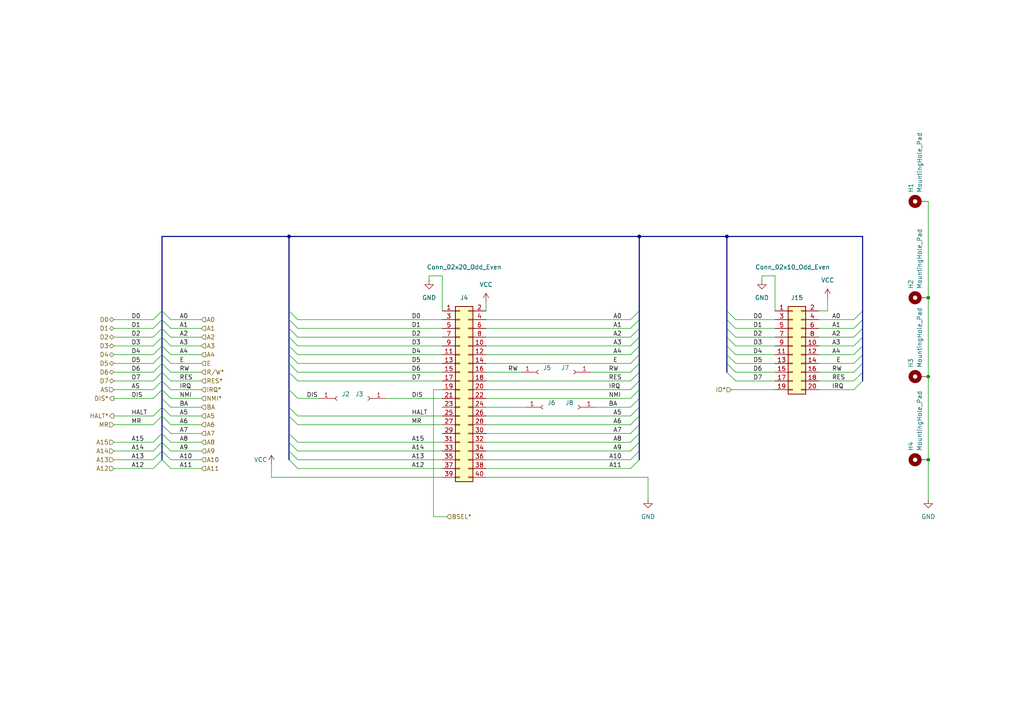
<source format=kicad_sch>
(kicad_sch (version 20230121) (generator eeschema)

  (uuid 8a6ff157-a8f3-4be4-ac76-22e64aa8bdd9)

  (paper "A4")

  (lib_symbols
    (symbol "Connector:Conn_01x01_Female" (pin_names (offset 1.016) hide) (in_bom yes) (on_board yes)
      (property "Reference" "J" (at 0 2.54 0)
        (effects (font (size 1.27 1.27)))
      )
      (property "Value" "Conn_01x01_Female" (at 0 -2.54 0)
        (effects (font (size 1.27 1.27)))
      )
      (property "Footprint" "" (at 0 0 0)
        (effects (font (size 1.27 1.27)) hide)
      )
      (property "Datasheet" "~" (at 0 0 0)
        (effects (font (size 1.27 1.27)) hide)
      )
      (property "ki_keywords" "connector" (at 0 0 0)
        (effects (font (size 1.27 1.27)) hide)
      )
      (property "ki_description" "Generic connector, single row, 01x01, script generated (kicad-library-utils/schlib/autogen/connector/)" (at 0 0 0)
        (effects (font (size 1.27 1.27)) hide)
      )
      (property "ki_fp_filters" "Connector*:*" (at 0 0 0)
        (effects (font (size 1.27 1.27)) hide)
      )
      (symbol "Conn_01x01_Female_1_1"
        (polyline
          (pts
            (xy -1.27 0)
            (xy -0.508 0)
          )
          (stroke (width 0.1524) (type default))
          (fill (type none))
        )
        (arc (start 0 0.508) (mid -0.5058 0) (end 0 -0.508)
          (stroke (width 0.1524) (type default))
          (fill (type none))
        )
        (pin passive line (at -5.08 0 0) (length 3.81)
          (name "Pin_1" (effects (font (size 1.27 1.27))))
          (number "1" (effects (font (size 1.27 1.27))))
        )
      )
    )
    (symbol "Connector_Generic:Conn_02x10_Odd_Even" (pin_names (offset 1.016) hide) (in_bom yes) (on_board yes)
      (property "Reference" "J" (at 1.27 12.7 0)
        (effects (font (size 1.27 1.27)))
      )
      (property "Value" "Conn_02x10_Odd_Even" (at 1.27 -15.24 0)
        (effects (font (size 1.27 1.27)))
      )
      (property "Footprint" "" (at 0 0 0)
        (effects (font (size 1.27 1.27)) hide)
      )
      (property "Datasheet" "~" (at 0 0 0)
        (effects (font (size 1.27 1.27)) hide)
      )
      (property "ki_keywords" "connector" (at 0 0 0)
        (effects (font (size 1.27 1.27)) hide)
      )
      (property "ki_description" "Generic connector, double row, 02x10, odd/even pin numbering scheme (row 1 odd numbers, row 2 even numbers), script generated (kicad-library-utils/schlib/autogen/connector/)" (at 0 0 0)
        (effects (font (size 1.27 1.27)) hide)
      )
      (property "ki_fp_filters" "Connector*:*_2x??_*" (at 0 0 0)
        (effects (font (size 1.27 1.27)) hide)
      )
      (symbol "Conn_02x10_Odd_Even_1_1"
        (rectangle (start -1.27 -12.573) (end 0 -12.827)
          (stroke (width 0.1524) (type default))
          (fill (type none))
        )
        (rectangle (start -1.27 -10.033) (end 0 -10.287)
          (stroke (width 0.1524) (type default))
          (fill (type none))
        )
        (rectangle (start -1.27 -7.493) (end 0 -7.747)
          (stroke (width 0.1524) (type default))
          (fill (type none))
        )
        (rectangle (start -1.27 -4.953) (end 0 -5.207)
          (stroke (width 0.1524) (type default))
          (fill (type none))
        )
        (rectangle (start -1.27 -2.413) (end 0 -2.667)
          (stroke (width 0.1524) (type default))
          (fill (type none))
        )
        (rectangle (start -1.27 0.127) (end 0 -0.127)
          (stroke (width 0.1524) (type default))
          (fill (type none))
        )
        (rectangle (start -1.27 2.667) (end 0 2.413)
          (stroke (width 0.1524) (type default))
          (fill (type none))
        )
        (rectangle (start -1.27 5.207) (end 0 4.953)
          (stroke (width 0.1524) (type default))
          (fill (type none))
        )
        (rectangle (start -1.27 7.747) (end 0 7.493)
          (stroke (width 0.1524) (type default))
          (fill (type none))
        )
        (rectangle (start -1.27 10.287) (end 0 10.033)
          (stroke (width 0.1524) (type default))
          (fill (type none))
        )
        (rectangle (start -1.27 11.43) (end 3.81 -13.97)
          (stroke (width 0.254) (type default))
          (fill (type background))
        )
        (rectangle (start 3.81 -12.573) (end 2.54 -12.827)
          (stroke (width 0.1524) (type default))
          (fill (type none))
        )
        (rectangle (start 3.81 -10.033) (end 2.54 -10.287)
          (stroke (width 0.1524) (type default))
          (fill (type none))
        )
        (rectangle (start 3.81 -7.493) (end 2.54 -7.747)
          (stroke (width 0.1524) (type default))
          (fill (type none))
        )
        (rectangle (start 3.81 -4.953) (end 2.54 -5.207)
          (stroke (width 0.1524) (type default))
          (fill (type none))
        )
        (rectangle (start 3.81 -2.413) (end 2.54 -2.667)
          (stroke (width 0.1524) (type default))
          (fill (type none))
        )
        (rectangle (start 3.81 0.127) (end 2.54 -0.127)
          (stroke (width 0.1524) (type default))
          (fill (type none))
        )
        (rectangle (start 3.81 2.667) (end 2.54 2.413)
          (stroke (width 0.1524) (type default))
          (fill (type none))
        )
        (rectangle (start 3.81 5.207) (end 2.54 4.953)
          (stroke (width 0.1524) (type default))
          (fill (type none))
        )
        (rectangle (start 3.81 7.747) (end 2.54 7.493)
          (stroke (width 0.1524) (type default))
          (fill (type none))
        )
        (rectangle (start 3.81 10.287) (end 2.54 10.033)
          (stroke (width 0.1524) (type default))
          (fill (type none))
        )
        (pin passive line (at -5.08 10.16 0) (length 3.81)
          (name "Pin_1" (effects (font (size 1.27 1.27))))
          (number "1" (effects (font (size 1.27 1.27))))
        )
        (pin passive line (at 7.62 0 180) (length 3.81)
          (name "Pin_10" (effects (font (size 1.27 1.27))))
          (number "10" (effects (font (size 1.27 1.27))))
        )
        (pin passive line (at -5.08 -2.54 0) (length 3.81)
          (name "Pin_11" (effects (font (size 1.27 1.27))))
          (number "11" (effects (font (size 1.27 1.27))))
        )
        (pin passive line (at 7.62 -2.54 180) (length 3.81)
          (name "Pin_12" (effects (font (size 1.27 1.27))))
          (number "12" (effects (font (size 1.27 1.27))))
        )
        (pin passive line (at -5.08 -5.08 0) (length 3.81)
          (name "Pin_13" (effects (font (size 1.27 1.27))))
          (number "13" (effects (font (size 1.27 1.27))))
        )
        (pin passive line (at 7.62 -5.08 180) (length 3.81)
          (name "Pin_14" (effects (font (size 1.27 1.27))))
          (number "14" (effects (font (size 1.27 1.27))))
        )
        (pin passive line (at -5.08 -7.62 0) (length 3.81)
          (name "Pin_15" (effects (font (size 1.27 1.27))))
          (number "15" (effects (font (size 1.27 1.27))))
        )
        (pin passive line (at 7.62 -7.62 180) (length 3.81)
          (name "Pin_16" (effects (font (size 1.27 1.27))))
          (number "16" (effects (font (size 1.27 1.27))))
        )
        (pin passive line (at -5.08 -10.16 0) (length 3.81)
          (name "Pin_17" (effects (font (size 1.27 1.27))))
          (number "17" (effects (font (size 1.27 1.27))))
        )
        (pin passive line (at 7.62 -10.16 180) (length 3.81)
          (name "Pin_18" (effects (font (size 1.27 1.27))))
          (number "18" (effects (font (size 1.27 1.27))))
        )
        (pin passive line (at -5.08 -12.7 0) (length 3.81)
          (name "Pin_19" (effects (font (size 1.27 1.27))))
          (number "19" (effects (font (size 1.27 1.27))))
        )
        (pin passive line (at 7.62 10.16 180) (length 3.81)
          (name "Pin_2" (effects (font (size 1.27 1.27))))
          (number "2" (effects (font (size 1.27 1.27))))
        )
        (pin passive line (at 7.62 -12.7 180) (length 3.81)
          (name "Pin_20" (effects (font (size 1.27 1.27))))
          (number "20" (effects (font (size 1.27 1.27))))
        )
        (pin passive line (at -5.08 7.62 0) (length 3.81)
          (name "Pin_3" (effects (font (size 1.27 1.27))))
          (number "3" (effects (font (size 1.27 1.27))))
        )
        (pin passive line (at 7.62 7.62 180) (length 3.81)
          (name "Pin_4" (effects (font (size 1.27 1.27))))
          (number "4" (effects (font (size 1.27 1.27))))
        )
        (pin passive line (at -5.08 5.08 0) (length 3.81)
          (name "Pin_5" (effects (font (size 1.27 1.27))))
          (number "5" (effects (font (size 1.27 1.27))))
        )
        (pin passive line (at 7.62 5.08 180) (length 3.81)
          (name "Pin_6" (effects (font (size 1.27 1.27))))
          (number "6" (effects (font (size 1.27 1.27))))
        )
        (pin passive line (at -5.08 2.54 0) (length 3.81)
          (name "Pin_7" (effects (font (size 1.27 1.27))))
          (number "7" (effects (font (size 1.27 1.27))))
        )
        (pin passive line (at 7.62 2.54 180) (length 3.81)
          (name "Pin_8" (effects (font (size 1.27 1.27))))
          (number "8" (effects (font (size 1.27 1.27))))
        )
        (pin passive line (at -5.08 0 0) (length 3.81)
          (name "Pin_9" (effects (font (size 1.27 1.27))))
          (number "9" (effects (font (size 1.27 1.27))))
        )
      )
    )
    (symbol "Connector_Generic:Conn_02x20_Odd_Even" (pin_names (offset 1.016) hide) (in_bom yes) (on_board yes)
      (property "Reference" "J" (at 1.27 25.4 0)
        (effects (font (size 1.27 1.27)))
      )
      (property "Value" "Conn_02x20_Odd_Even" (at 1.27 -27.94 0)
        (effects (font (size 1.27 1.27)))
      )
      (property "Footprint" "" (at 0 0 0)
        (effects (font (size 1.27 1.27)) hide)
      )
      (property "Datasheet" "~" (at 0 0 0)
        (effects (font (size 1.27 1.27)) hide)
      )
      (property "ki_keywords" "connector" (at 0 0 0)
        (effects (font (size 1.27 1.27)) hide)
      )
      (property "ki_description" "Generic connector, double row, 02x20, odd/even pin numbering scheme (row 1 odd numbers, row 2 even numbers), script generated (kicad-library-utils/schlib/autogen/connector/)" (at 0 0 0)
        (effects (font (size 1.27 1.27)) hide)
      )
      (property "ki_fp_filters" "Connector*:*_2x??_*" (at 0 0 0)
        (effects (font (size 1.27 1.27)) hide)
      )
      (symbol "Conn_02x20_Odd_Even_1_1"
        (rectangle (start -1.27 -25.273) (end 0 -25.527)
          (stroke (width 0.1524) (type default))
          (fill (type none))
        )
        (rectangle (start -1.27 -22.733) (end 0 -22.987)
          (stroke (width 0.1524) (type default))
          (fill (type none))
        )
        (rectangle (start -1.27 -20.193) (end 0 -20.447)
          (stroke (width 0.1524) (type default))
          (fill (type none))
        )
        (rectangle (start -1.27 -17.653) (end 0 -17.907)
          (stroke (width 0.1524) (type default))
          (fill (type none))
        )
        (rectangle (start -1.27 -15.113) (end 0 -15.367)
          (stroke (width 0.1524) (type default))
          (fill (type none))
        )
        (rectangle (start -1.27 -12.573) (end 0 -12.827)
          (stroke (width 0.1524) (type default))
          (fill (type none))
        )
        (rectangle (start -1.27 -10.033) (end 0 -10.287)
          (stroke (width 0.1524) (type default))
          (fill (type none))
        )
        (rectangle (start -1.27 -7.493) (end 0 -7.747)
          (stroke (width 0.1524) (type default))
          (fill (type none))
        )
        (rectangle (start -1.27 -4.953) (end 0 -5.207)
          (stroke (width 0.1524) (type default))
          (fill (type none))
        )
        (rectangle (start -1.27 -2.413) (end 0 -2.667)
          (stroke (width 0.1524) (type default))
          (fill (type none))
        )
        (rectangle (start -1.27 0.127) (end 0 -0.127)
          (stroke (width 0.1524) (type default))
          (fill (type none))
        )
        (rectangle (start -1.27 2.667) (end 0 2.413)
          (stroke (width 0.1524) (type default))
          (fill (type none))
        )
        (rectangle (start -1.27 5.207) (end 0 4.953)
          (stroke (width 0.1524) (type default))
          (fill (type none))
        )
        (rectangle (start -1.27 7.747) (end 0 7.493)
          (stroke (width 0.1524) (type default))
          (fill (type none))
        )
        (rectangle (start -1.27 10.287) (end 0 10.033)
          (stroke (width 0.1524) (type default))
          (fill (type none))
        )
        (rectangle (start -1.27 12.827) (end 0 12.573)
          (stroke (width 0.1524) (type default))
          (fill (type none))
        )
        (rectangle (start -1.27 15.367) (end 0 15.113)
          (stroke (width 0.1524) (type default))
          (fill (type none))
        )
        (rectangle (start -1.27 17.907) (end 0 17.653)
          (stroke (width 0.1524) (type default))
          (fill (type none))
        )
        (rectangle (start -1.27 20.447) (end 0 20.193)
          (stroke (width 0.1524) (type default))
          (fill (type none))
        )
        (rectangle (start -1.27 22.987) (end 0 22.733)
          (stroke (width 0.1524) (type default))
          (fill (type none))
        )
        (rectangle (start -1.27 24.13) (end 3.81 -26.67)
          (stroke (width 0.254) (type default))
          (fill (type background))
        )
        (rectangle (start 3.81 -25.273) (end 2.54 -25.527)
          (stroke (width 0.1524) (type default))
          (fill (type none))
        )
        (rectangle (start 3.81 -22.733) (end 2.54 -22.987)
          (stroke (width 0.1524) (type default))
          (fill (type none))
        )
        (rectangle (start 3.81 -20.193) (end 2.54 -20.447)
          (stroke (width 0.1524) (type default))
          (fill (type none))
        )
        (rectangle (start 3.81 -17.653) (end 2.54 -17.907)
          (stroke (width 0.1524) (type default))
          (fill (type none))
        )
        (rectangle (start 3.81 -15.113) (end 2.54 -15.367)
          (stroke (width 0.1524) (type default))
          (fill (type none))
        )
        (rectangle (start 3.81 -12.573) (end 2.54 -12.827)
          (stroke (width 0.1524) (type default))
          (fill (type none))
        )
        (rectangle (start 3.81 -10.033) (end 2.54 -10.287)
          (stroke (width 0.1524) (type default))
          (fill (type none))
        )
        (rectangle (start 3.81 -7.493) (end 2.54 -7.747)
          (stroke (width 0.1524) (type default))
          (fill (type none))
        )
        (rectangle (start 3.81 -4.953) (end 2.54 -5.207)
          (stroke (width 0.1524) (type default))
          (fill (type none))
        )
        (rectangle (start 3.81 -2.413) (end 2.54 -2.667)
          (stroke (width 0.1524) (type default))
          (fill (type none))
        )
        (rectangle (start 3.81 0.127) (end 2.54 -0.127)
          (stroke (width 0.1524) (type default))
          (fill (type none))
        )
        (rectangle (start 3.81 2.667) (end 2.54 2.413)
          (stroke (width 0.1524) (type default))
          (fill (type none))
        )
        (rectangle (start 3.81 5.207) (end 2.54 4.953)
          (stroke (width 0.1524) (type default))
          (fill (type none))
        )
        (rectangle (start 3.81 7.747) (end 2.54 7.493)
          (stroke (width 0.1524) (type default))
          (fill (type none))
        )
        (rectangle (start 3.81 10.287) (end 2.54 10.033)
          (stroke (width 0.1524) (type default))
          (fill (type none))
        )
        (rectangle (start 3.81 12.827) (end 2.54 12.573)
          (stroke (width 0.1524) (type default))
          (fill (type none))
        )
        (rectangle (start 3.81 15.367) (end 2.54 15.113)
          (stroke (width 0.1524) (type default))
          (fill (type none))
        )
        (rectangle (start 3.81 17.907) (end 2.54 17.653)
          (stroke (width 0.1524) (type default))
          (fill (type none))
        )
        (rectangle (start 3.81 20.447) (end 2.54 20.193)
          (stroke (width 0.1524) (type default))
          (fill (type none))
        )
        (rectangle (start 3.81 22.987) (end 2.54 22.733)
          (stroke (width 0.1524) (type default))
          (fill (type none))
        )
        (pin passive line (at -5.08 22.86 0) (length 3.81)
          (name "Pin_1" (effects (font (size 1.27 1.27))))
          (number "1" (effects (font (size 1.27 1.27))))
        )
        (pin passive line (at 7.62 12.7 180) (length 3.81)
          (name "Pin_10" (effects (font (size 1.27 1.27))))
          (number "10" (effects (font (size 1.27 1.27))))
        )
        (pin passive line (at -5.08 10.16 0) (length 3.81)
          (name "Pin_11" (effects (font (size 1.27 1.27))))
          (number "11" (effects (font (size 1.27 1.27))))
        )
        (pin passive line (at 7.62 10.16 180) (length 3.81)
          (name "Pin_12" (effects (font (size 1.27 1.27))))
          (number "12" (effects (font (size 1.27 1.27))))
        )
        (pin passive line (at -5.08 7.62 0) (length 3.81)
          (name "Pin_13" (effects (font (size 1.27 1.27))))
          (number "13" (effects (font (size 1.27 1.27))))
        )
        (pin passive line (at 7.62 7.62 180) (length 3.81)
          (name "Pin_14" (effects (font (size 1.27 1.27))))
          (number "14" (effects (font (size 1.27 1.27))))
        )
        (pin passive line (at -5.08 5.08 0) (length 3.81)
          (name "Pin_15" (effects (font (size 1.27 1.27))))
          (number "15" (effects (font (size 1.27 1.27))))
        )
        (pin passive line (at 7.62 5.08 180) (length 3.81)
          (name "Pin_16" (effects (font (size 1.27 1.27))))
          (number "16" (effects (font (size 1.27 1.27))))
        )
        (pin passive line (at -5.08 2.54 0) (length 3.81)
          (name "Pin_17" (effects (font (size 1.27 1.27))))
          (number "17" (effects (font (size 1.27 1.27))))
        )
        (pin passive line (at 7.62 2.54 180) (length 3.81)
          (name "Pin_18" (effects (font (size 1.27 1.27))))
          (number "18" (effects (font (size 1.27 1.27))))
        )
        (pin passive line (at -5.08 0 0) (length 3.81)
          (name "Pin_19" (effects (font (size 1.27 1.27))))
          (number "19" (effects (font (size 1.27 1.27))))
        )
        (pin passive line (at 7.62 22.86 180) (length 3.81)
          (name "Pin_2" (effects (font (size 1.27 1.27))))
          (number "2" (effects (font (size 1.27 1.27))))
        )
        (pin passive line (at 7.62 0 180) (length 3.81)
          (name "Pin_20" (effects (font (size 1.27 1.27))))
          (number "20" (effects (font (size 1.27 1.27))))
        )
        (pin passive line (at -5.08 -2.54 0) (length 3.81)
          (name "Pin_21" (effects (font (size 1.27 1.27))))
          (number "21" (effects (font (size 1.27 1.27))))
        )
        (pin passive line (at 7.62 -2.54 180) (length 3.81)
          (name "Pin_22" (effects (font (size 1.27 1.27))))
          (number "22" (effects (font (size 1.27 1.27))))
        )
        (pin passive line (at -5.08 -5.08 0) (length 3.81)
          (name "Pin_23" (effects (font (size 1.27 1.27))))
          (number "23" (effects (font (size 1.27 1.27))))
        )
        (pin passive line (at 7.62 -5.08 180) (length 3.81)
          (name "Pin_24" (effects (font (size 1.27 1.27))))
          (number "24" (effects (font (size 1.27 1.27))))
        )
        (pin passive line (at -5.08 -7.62 0) (length 3.81)
          (name "Pin_25" (effects (font (size 1.27 1.27))))
          (number "25" (effects (font (size 1.27 1.27))))
        )
        (pin passive line (at 7.62 -7.62 180) (length 3.81)
          (name "Pin_26" (effects (font (size 1.27 1.27))))
          (number "26" (effects (font (size 1.27 1.27))))
        )
        (pin passive line (at -5.08 -10.16 0) (length 3.81)
          (name "Pin_27" (effects (font (size 1.27 1.27))))
          (number "27" (effects (font (size 1.27 1.27))))
        )
        (pin passive line (at 7.62 -10.16 180) (length 3.81)
          (name "Pin_28" (effects (font (size 1.27 1.27))))
          (number "28" (effects (font (size 1.27 1.27))))
        )
        (pin passive line (at -5.08 -12.7 0) (length 3.81)
          (name "Pin_29" (effects (font (size 1.27 1.27))))
          (number "29" (effects (font (size 1.27 1.27))))
        )
        (pin passive line (at -5.08 20.32 0) (length 3.81)
          (name "Pin_3" (effects (font (size 1.27 1.27))))
          (number "3" (effects (font (size 1.27 1.27))))
        )
        (pin passive line (at 7.62 -12.7 180) (length 3.81)
          (name "Pin_30" (effects (font (size 1.27 1.27))))
          (number "30" (effects (font (size 1.27 1.27))))
        )
        (pin passive line (at -5.08 -15.24 0) (length 3.81)
          (name "Pin_31" (effects (font (size 1.27 1.27))))
          (number "31" (effects (font (size 1.27 1.27))))
        )
        (pin passive line (at 7.62 -15.24 180) (length 3.81)
          (name "Pin_32" (effects (font (size 1.27 1.27))))
          (number "32" (effects (font (size 1.27 1.27))))
        )
        (pin passive line (at -5.08 -17.78 0) (length 3.81)
          (name "Pin_33" (effects (font (size 1.27 1.27))))
          (number "33" (effects (font (size 1.27 1.27))))
        )
        (pin passive line (at 7.62 -17.78 180) (length 3.81)
          (name "Pin_34" (effects (font (size 1.27 1.27))))
          (number "34" (effects (font (size 1.27 1.27))))
        )
        (pin passive line (at -5.08 -20.32 0) (length 3.81)
          (name "Pin_35" (effects (font (size 1.27 1.27))))
          (number "35" (effects (font (size 1.27 1.27))))
        )
        (pin passive line (at 7.62 -20.32 180) (length 3.81)
          (name "Pin_36" (effects (font (size 1.27 1.27))))
          (number "36" (effects (font (size 1.27 1.27))))
        )
        (pin passive line (at -5.08 -22.86 0) (length 3.81)
          (name "Pin_37" (effects (font (size 1.27 1.27))))
          (number "37" (effects (font (size 1.27 1.27))))
        )
        (pin passive line (at 7.62 -22.86 180) (length 3.81)
          (name "Pin_38" (effects (font (size 1.27 1.27))))
          (number "38" (effects (font (size 1.27 1.27))))
        )
        (pin passive line (at -5.08 -25.4 0) (length 3.81)
          (name "Pin_39" (effects (font (size 1.27 1.27))))
          (number "39" (effects (font (size 1.27 1.27))))
        )
        (pin passive line (at 7.62 20.32 180) (length 3.81)
          (name "Pin_4" (effects (font (size 1.27 1.27))))
          (number "4" (effects (font (size 1.27 1.27))))
        )
        (pin passive line (at 7.62 -25.4 180) (length 3.81)
          (name "Pin_40" (effects (font (size 1.27 1.27))))
          (number "40" (effects (font (size 1.27 1.27))))
        )
        (pin passive line (at -5.08 17.78 0) (length 3.81)
          (name "Pin_5" (effects (font (size 1.27 1.27))))
          (number "5" (effects (font (size 1.27 1.27))))
        )
        (pin passive line (at 7.62 17.78 180) (length 3.81)
          (name "Pin_6" (effects (font (size 1.27 1.27))))
          (number "6" (effects (font (size 1.27 1.27))))
        )
        (pin passive line (at -5.08 15.24 0) (length 3.81)
          (name "Pin_7" (effects (font (size 1.27 1.27))))
          (number "7" (effects (font (size 1.27 1.27))))
        )
        (pin passive line (at 7.62 15.24 180) (length 3.81)
          (name "Pin_8" (effects (font (size 1.27 1.27))))
          (number "8" (effects (font (size 1.27 1.27))))
        )
        (pin passive line (at -5.08 12.7 0) (length 3.81)
          (name "Pin_9" (effects (font (size 1.27 1.27))))
          (number "9" (effects (font (size 1.27 1.27))))
        )
      )
    )
    (symbol "Mechanical:MountingHole_Pad" (pin_numbers hide) (pin_names (offset 1.016) hide) (in_bom yes) (on_board yes)
      (property "Reference" "H" (at 0 6.35 0)
        (effects (font (size 1.27 1.27)))
      )
      (property "Value" "MountingHole_Pad" (at 0 4.445 0)
        (effects (font (size 1.27 1.27)))
      )
      (property "Footprint" "" (at 0 0 0)
        (effects (font (size 1.27 1.27)) hide)
      )
      (property "Datasheet" "~" (at 0 0 0)
        (effects (font (size 1.27 1.27)) hide)
      )
      (property "ki_keywords" "mounting hole" (at 0 0 0)
        (effects (font (size 1.27 1.27)) hide)
      )
      (property "ki_description" "Mounting Hole with connection" (at 0 0 0)
        (effects (font (size 1.27 1.27)) hide)
      )
      (property "ki_fp_filters" "MountingHole*Pad*" (at 0 0 0)
        (effects (font (size 1.27 1.27)) hide)
      )
      (symbol "MountingHole_Pad_0_1"
        (circle (center 0 1.27) (radius 1.27)
          (stroke (width 1.27) (type default))
          (fill (type none))
        )
      )
      (symbol "MountingHole_Pad_1_1"
        (pin input line (at 0 -2.54 90) (length 2.54)
          (name "1" (effects (font (size 1.27 1.27))))
          (number "1" (effects (font (size 1.27 1.27))))
        )
      )
    )
    (symbol "power:GND" (power) (pin_names (offset 0)) (in_bom yes) (on_board yes)
      (property "Reference" "#PWR" (at 0 -6.35 0)
        (effects (font (size 1.27 1.27)) hide)
      )
      (property "Value" "GND" (at 0 -3.81 0)
        (effects (font (size 1.27 1.27)))
      )
      (property "Footprint" "" (at 0 0 0)
        (effects (font (size 1.27 1.27)) hide)
      )
      (property "Datasheet" "" (at 0 0 0)
        (effects (font (size 1.27 1.27)) hide)
      )
      (property "ki_keywords" "power-flag" (at 0 0 0)
        (effects (font (size 1.27 1.27)) hide)
      )
      (property "ki_description" "Power symbol creates a global label with name \"GND\" , ground" (at 0 0 0)
        (effects (font (size 1.27 1.27)) hide)
      )
      (symbol "GND_0_1"
        (polyline
          (pts
            (xy 0 0)
            (xy 0 -1.27)
            (xy 1.27 -1.27)
            (xy 0 -2.54)
            (xy -1.27 -1.27)
            (xy 0 -1.27)
          )
          (stroke (width 0) (type default))
          (fill (type none))
        )
      )
      (symbol "GND_1_1"
        (pin power_in line (at 0 0 270) (length 0) hide
          (name "GND" (effects (font (size 1.27 1.27))))
          (number "1" (effects (font (size 1.27 1.27))))
        )
      )
    )
    (symbol "power:VCC" (power) (pin_names (offset 0)) (in_bom yes) (on_board yes)
      (property "Reference" "#PWR" (at 0 -3.81 0)
        (effects (font (size 1.27 1.27)) hide)
      )
      (property "Value" "VCC" (at 0 3.81 0)
        (effects (font (size 1.27 1.27)))
      )
      (property "Footprint" "" (at 0 0 0)
        (effects (font (size 1.27 1.27)) hide)
      )
      (property "Datasheet" "" (at 0 0 0)
        (effects (font (size 1.27 1.27)) hide)
      )
      (property "ki_keywords" "power-flag" (at 0 0 0)
        (effects (font (size 1.27 1.27)) hide)
      )
      (property "ki_description" "Power symbol creates a global label with name \"VCC\"" (at 0 0 0)
        (effects (font (size 1.27 1.27)) hide)
      )
      (symbol "VCC_0_1"
        (polyline
          (pts
            (xy -0.762 1.27)
            (xy 0 2.54)
          )
          (stroke (width 0) (type default))
          (fill (type none))
        )
        (polyline
          (pts
            (xy 0 0)
            (xy 0 2.54)
          )
          (stroke (width 0) (type default))
          (fill (type none))
        )
        (polyline
          (pts
            (xy 0 2.54)
            (xy 0.762 1.27)
          )
          (stroke (width 0) (type default))
          (fill (type none))
        )
      )
      (symbol "VCC_1_1"
        (pin power_in line (at 0 0 90) (length 0) hide
          (name "VCC" (effects (font (size 1.27 1.27))))
          (number "1" (effects (font (size 1.27 1.27))))
        )
      )
    )
  )

  (junction (at 269.24 133.35) (diameter 0) (color 0 0 0 0)
    (uuid 23b94503-e96b-491f-88a9-abd4a5c35fae)
  )
  (junction (at 269.24 109.22) (diameter 0) (color 0 0 0 0)
    (uuid 5b86473f-ae9d-4976-bd9c-780f87c9e10f)
  )
  (junction (at 185.42 68.58) (diameter 0) (color 0 0 0 0)
    (uuid 8e1cff86-54fb-4b12-95bb-52094bc58d8e)
  )
  (junction (at 210.82 68.58) (diameter 0) (color 0 0 0 0)
    (uuid 9fcb0105-cefc-47f5-a945-ef1861784b37)
  )
  (junction (at 83.82 68.58) (diameter 0) (color 0 0 0 0)
    (uuid c11dc0ba-af7c-4de5-93f5-d64af51584ba)
  )
  (junction (at 269.24 86.36) (diameter 0) (color 0 0 0 0)
    (uuid ec9a0586-35f7-4ee4-abf3-5001b8e9eced)
  )

  (bus_entry (at 185.42 90.17) (size -2.54 2.54)
    (stroke (width 0) (type default))
    (uuid 07ccdc81-7010-4d15-9d6e-32d7eeeded6e)
  )
  (bus_entry (at 210.82 100.33) (size 2.54 2.54)
    (stroke (width 0) (type default))
    (uuid 0c1e8b35-dade-4ead-9339-b17e5904b62a)
  )
  (bus_entry (at 250.19 110.49) (size -2.54 2.54)
    (stroke (width 0) (type default))
    (uuid 100d0c58-4213-4817-9545-cb505f29b938)
  )
  (bus_entry (at 46.99 110.49) (size 2.54 2.54)
    (stroke (width 0) (type default))
    (uuid 1263aeb4-6c17-4bd2-b487-76f5b2bad3a1)
  )
  (bus_entry (at 46.99 90.17) (size 2.54 2.54)
    (stroke (width 0) (type default))
    (uuid 15f7e625-7453-498e-be9c-411ff8ca8388)
  )
  (bus_entry (at 46.99 130.81) (size 2.54 2.54)
    (stroke (width 0) (type default))
    (uuid 20c97e56-4623-4d0c-a96b-9f5838a762ce)
  )
  (bus_entry (at 185.42 118.11) (size -2.54 2.54)
    (stroke (width 0) (type default))
    (uuid 22b5913f-15e0-42f3-9089-b22508e41a55)
  )
  (bus_entry (at 185.42 115.57) (size -2.54 2.54)
    (stroke (width 0) (type default))
    (uuid 27cf129c-732b-487d-bb32-2505f0ecab9f)
  )
  (bus_entry (at 46.99 128.27) (size -2.54 2.54)
    (stroke (width 0) (type default))
    (uuid 2f6deac8-9023-44ca-b94b-d1c6ac2d8413)
  )
  (bus_entry (at 185.42 133.35) (size -2.54 2.54)
    (stroke (width 0) (type default))
    (uuid 37f542ca-77ee-4468-9b23-3ef7100dba8a)
  )
  (bus_entry (at 210.82 92.71) (size 2.54 2.54)
    (stroke (width 0) (type default))
    (uuid 3cf446b7-9814-4373-8772-1f5e2ccbf4c8)
  )
  (bus_entry (at 83.82 92.71) (size 2.54 2.54)
    (stroke (width 0) (type default))
    (uuid 450d9efc-c7ef-46da-b410-5838e66020c0)
  )
  (bus_entry (at 185.42 105.41) (size -2.54 2.54)
    (stroke (width 0) (type default))
    (uuid 467430d0-8315-4ed5-878f-c29b01712544)
  )
  (bus_entry (at 185.42 102.87) (size -2.54 2.54)
    (stroke (width 0) (type default))
    (uuid 48466360-0a5a-4dde-a54d-8dcd8e06e4c3)
  )
  (bus_entry (at 185.42 128.27) (size -2.54 2.54)
    (stroke (width 0) (type default))
    (uuid 4b7a6cc7-8b6c-4459-9b64-4c50b2339be7)
  )
  (bus_entry (at 250.19 90.17) (size -2.54 2.54)
    (stroke (width 0) (type default))
    (uuid 53e48c50-a73a-4460-b449-7824cc28ac12)
  )
  (bus_entry (at 46.99 125.73) (size 2.54 2.54)
    (stroke (width 0) (type default))
    (uuid 5598566e-4041-4ee0-b325-b01822ea65e3)
  )
  (bus_entry (at 46.99 110.49) (size -2.54 2.54)
    (stroke (width 0) (type default))
    (uuid 561cc622-24e4-4141-92e9-4abb3f2b16c8)
  )
  (bus_entry (at 83.82 100.33) (size 2.54 2.54)
    (stroke (width 0) (type default))
    (uuid 5a9623e5-c424-44fe-9414-30154aede170)
  )
  (bus_entry (at 46.99 107.95) (size -2.54 2.54)
    (stroke (width 0) (type default))
    (uuid 5c5aaf1d-28c0-417b-8a5d-7d289d2b61f6)
  )
  (bus_entry (at 185.42 107.95) (size -2.54 2.54)
    (stroke (width 0) (type default))
    (uuid 60609c7b-4e45-4850-9aa9-e664e6d71ac0)
  )
  (bus_entry (at 83.82 125.73) (size 2.54 2.54)
    (stroke (width 0) (type default))
    (uuid 60e40671-d907-4aa4-b1f1-70533a1ffd82)
  )
  (bus_entry (at 46.99 100.33) (size 2.54 2.54)
    (stroke (width 0) (type default))
    (uuid 6cb6897e-3ba9-4a64-b1ff-b5135b763df9)
  )
  (bus_entry (at 46.99 100.33) (size -2.54 2.54)
    (stroke (width 0) (type default))
    (uuid 6cdc7c11-dfa1-473d-9375-c9d22e8c55ca)
  )
  (bus_entry (at 83.82 130.81) (size 2.54 2.54)
    (stroke (width 0) (type default))
    (uuid 6e2e089c-fd54-47a1-a73c-19028bb3d316)
  )
  (bus_entry (at 46.99 102.87) (size -2.54 2.54)
    (stroke (width 0) (type default))
    (uuid 70700d16-dde5-4ae4-8770-cdeb6fef15a8)
  )
  (bus_entry (at 46.99 118.11) (size -2.54 2.54)
    (stroke (width 0) (type default))
    (uuid 70e5d772-1745-4579-8943-23bfe7103d34)
  )
  (bus_entry (at 83.82 128.27) (size 2.54 2.54)
    (stroke (width 0) (type default))
    (uuid 741d6b43-1792-486c-9879-1fc16b58a408)
  )
  (bus_entry (at 46.99 105.41) (size -2.54 2.54)
    (stroke (width 0) (type default))
    (uuid 75fada5f-48ed-45a3-81ba-379f8b8a7a9d)
  )
  (bus_entry (at 250.19 100.33) (size -2.54 2.54)
    (stroke (width 0) (type default))
    (uuid 7641dffe-4d7d-45cb-94fd-58569343252c)
  )
  (bus_entry (at 46.99 92.71) (size 2.54 2.54)
    (stroke (width 0) (type default))
    (uuid 76a54c95-875f-4b57-91b8-61ff13998b9b)
  )
  (bus_entry (at 46.99 95.25) (size 2.54 2.54)
    (stroke (width 0) (type default))
    (uuid 79849092-56a1-43bf-95be-7440c86e631e)
  )
  (bus_entry (at 185.42 113.03) (size -2.54 2.54)
    (stroke (width 0) (type default))
    (uuid 7efdec92-6612-4026-b10a-3329a60261a8)
  )
  (bus_entry (at 83.82 107.95) (size 2.54 2.54)
    (stroke (width 0) (type default))
    (uuid 7f6d998c-a918-4168-92b1-706fcbd51564)
  )
  (bus_entry (at 46.99 120.65) (size 2.54 2.54)
    (stroke (width 0) (type default))
    (uuid 802c1c46-8db2-4a85-bbe4-83822269d679)
  )
  (bus_entry (at 46.99 130.81) (size -2.54 2.54)
    (stroke (width 0) (type default))
    (uuid 829e410c-7631-4b75-a068-7bc1e99ae67f)
  )
  (bus_entry (at 185.42 97.79) (size -2.54 2.54)
    (stroke (width 0) (type default))
    (uuid 84d7391a-61df-44a8-9dc0-1657329e37f5)
  )
  (bus_entry (at 185.42 100.33) (size -2.54 2.54)
    (stroke (width 0) (type default))
    (uuid 869e1b03-7a8c-459d-aa20-505af1cc2894)
  )
  (bus_entry (at 185.42 123.19) (size -2.54 2.54)
    (stroke (width 0) (type default))
    (uuid 887dd6b7-4be6-40f8-87d1-c9a3c4265d6b)
  )
  (bus_entry (at 83.82 97.79) (size 2.54 2.54)
    (stroke (width 0) (type default))
    (uuid 89b0a002-d13e-4ce5-a943-54fb2a1f71cb)
  )
  (bus_entry (at 83.82 120.65) (size 2.54 2.54)
    (stroke (width 0) (type default))
    (uuid 921f2ba1-b05c-4440-9480-9123a27c18e2)
  )
  (bus_entry (at 46.99 120.65) (size -2.54 2.54)
    (stroke (width 0) (type default))
    (uuid 93fd414c-362b-46fa-bb03-a48df094fe07)
  )
  (bus_entry (at 210.82 107.95) (size 2.54 2.54)
    (stroke (width 0) (type default))
    (uuid 9688c85c-1860-4940-8084-51717d69ab6f)
  )
  (bus_entry (at 210.82 90.17) (size 2.54 2.54)
    (stroke (width 0) (type default))
    (uuid 97381846-ee78-4dc5-9223-296ad38c3841)
  )
  (bus_entry (at 83.82 113.03) (size 2.54 2.54)
    (stroke (width 0) (type default))
    (uuid 973ecff7-82fa-4291-bb53-19767d11068d)
  )
  (bus_entry (at 210.82 97.79) (size 2.54 2.54)
    (stroke (width 0) (type default))
    (uuid 983af1f8-0cec-4f7d-a179-5902ba124b17)
  )
  (bus_entry (at 46.99 128.27) (size 2.54 2.54)
    (stroke (width 0) (type default))
    (uuid 99e5530d-41a4-4c5a-99cb-e43637f714b0)
  )
  (bus_entry (at 83.82 118.11) (size 2.54 2.54)
    (stroke (width 0) (type default))
    (uuid 9f3f3bd1-d11f-427a-a0f1-6aa1b3b2bff5)
  )
  (bus_entry (at 46.99 97.79) (size 2.54 2.54)
    (stroke (width 0) (type default))
    (uuid a10a6aca-302c-41f3-bcaa-cb26a87b4edb)
  )
  (bus_entry (at 250.19 97.79) (size -2.54 2.54)
    (stroke (width 0) (type default))
    (uuid a10c1bc4-cb86-49e1-8dd1-f20a8ad856b0)
  )
  (bus_entry (at 46.99 105.41) (size 2.54 2.54)
    (stroke (width 0) (type default))
    (uuid a40b108e-126b-4eac-b71a-b6aaaaedc524)
  )
  (bus_entry (at 46.99 102.87) (size 2.54 2.54)
    (stroke (width 0) (type default))
    (uuid a876b141-b4f4-4777-a776-23e7df514ffa)
  )
  (bus_entry (at 46.99 95.25) (size -2.54 2.54)
    (stroke (width 0) (type default))
    (uuid adae20d4-eea9-4ca3-bc4b-a1d3b9a8dc26)
  )
  (bus_entry (at 185.42 125.73) (size -2.54 2.54)
    (stroke (width 0) (type default))
    (uuid b1696d48-065c-4257-ac83-badaf8451398)
  )
  (bus_entry (at 46.99 133.35) (size -2.54 2.54)
    (stroke (width 0) (type default))
    (uuid b3931db5-5071-48b3-921b-a31026dae868)
  )
  (bus_entry (at 46.99 97.79) (size -2.54 2.54)
    (stroke (width 0) (type default))
    (uuid b53253a4-02f2-42b0-987d-e54a77f942b9)
  )
  (bus_entry (at 250.19 95.25) (size -2.54 2.54)
    (stroke (width 0) (type default))
    (uuid b53b34bc-bd28-4c85-9345-6067c8689dd5)
  )
  (bus_entry (at 250.19 92.71) (size -2.54 2.54)
    (stroke (width 0) (type default))
    (uuid b64091fe-b160-4715-8ea5-bc77bf79399e)
  )
  (bus_entry (at 185.42 92.71) (size -2.54 2.54)
    (stroke (width 0) (type default))
    (uuid b8704973-fb17-4dd4-bd01-f007768d6551)
  )
  (bus_entry (at 250.19 105.41) (size -2.54 2.54)
    (stroke (width 0) (type default))
    (uuid b9bbe588-233e-463d-82d6-bd8ddf7dcfd7)
  )
  (bus_entry (at 185.42 120.65) (size -2.54 2.54)
    (stroke (width 0) (type default))
    (uuid ba79a50d-0d34-450f-b3b9-361737abcaa0)
  )
  (bus_entry (at 83.82 133.35) (size 2.54 2.54)
    (stroke (width 0) (type default))
    (uuid c180877a-45c0-471b-9dc0-f16b3612a862)
  )
  (bus_entry (at 46.99 133.35) (size 2.54 2.54)
    (stroke (width 0) (type default))
    (uuid c1ac305d-6523-457e-a3d3-ef56e346190e)
  )
  (bus_entry (at 46.99 125.73) (size -2.54 2.54)
    (stroke (width 0) (type default))
    (uuid c749f2ec-e6d0-4943-8654-9cb7972d1a59)
  )
  (bus_entry (at 46.99 115.57) (size 2.54 2.54)
    (stroke (width 0) (type default))
    (uuid c7d57158-a9f4-4710-b763-b2afb67b3861)
  )
  (bus_entry (at 210.82 105.41) (size 2.54 2.54)
    (stroke (width 0) (type default))
    (uuid c800e9e0-a37e-4778-ba66-a7a1f14d1ee6)
  )
  (bus_entry (at 83.82 95.25) (size 2.54 2.54)
    (stroke (width 0) (type default))
    (uuid c9c5e7b1-1d19-42c7-8f4e-2d5d98fdaa4a)
  )
  (bus_entry (at 210.82 95.25) (size 2.54 2.54)
    (stroke (width 0) (type default))
    (uuid cc6d46f1-b30a-4098-ad4e-34f3449278eb)
  )
  (bus_entry (at 83.82 105.41) (size 2.54 2.54)
    (stroke (width 0) (type default))
    (uuid cf6ec5be-0afb-490a-bbe7-aed87299ba50)
  )
  (bus_entry (at 250.19 102.87) (size -2.54 2.54)
    (stroke (width 0) (type default))
    (uuid cfbbcc64-c3c4-4e61-9971-841ed8dbadb1)
  )
  (bus_entry (at 185.42 110.49) (size -2.54 2.54)
    (stroke (width 0) (type default))
    (uuid cfc1e49c-1866-46b0-8427-f1677f4622d6)
  )
  (bus_entry (at 46.99 107.95) (size 2.54 2.54)
    (stroke (width 0) (type default))
    (uuid d057f65f-1927-4876-bf2d-2e4668feacd3)
  )
  (bus_entry (at 46.99 92.71) (size -2.54 2.54)
    (stroke (width 0) (type default))
    (uuid d061a0fb-1fce-4a2a-8bb4-4eebd8f559d5)
  )
  (bus_entry (at 46.99 123.19) (size 2.54 2.54)
    (stroke (width 0) (type default))
    (uuid d313a683-29e2-4e16-9a6b-48355fa8915a)
  )
  (bus_entry (at 46.99 118.11) (size 2.54 2.54)
    (stroke (width 0) (type default))
    (uuid d6af2af9-7ab3-4dda-93ea-ee92cbd92720)
  )
  (bus_entry (at 46.99 90.17) (size -2.54 2.54)
    (stroke (width 0) (type default))
    (uuid e0f79603-9359-4a78-9546-b401b20760e7)
  )
  (bus_entry (at 250.19 107.95) (size -2.54 2.54)
    (stroke (width 0) (type default))
    (uuid e1fe35ee-b792-4de6-884b-3d094305910e)
  )
  (bus_entry (at 83.82 102.87) (size 2.54 2.54)
    (stroke (width 0) (type default))
    (uuid e23b65fa-85bd-4471-827f-ba3bf71912e4)
  )
  (bus_entry (at 210.82 102.87) (size 2.54 2.54)
    (stroke (width 0) (type default))
    (uuid e85b5e81-0a79-4507-8a7f-815fbc29a78f)
  )
  (bus_entry (at 46.99 113.03) (size 2.54 2.54)
    (stroke (width 0) (type default))
    (uuid ecbb8f81-54f6-46c9-b65d-31187b2c1587)
  )
  (bus_entry (at 46.99 113.03) (size -2.54 2.54)
    (stroke (width 0) (type default))
    (uuid f37e28e1-632f-4a86-8f20-9221eaff0c98)
  )
  (bus_entry (at 185.42 130.81) (size -2.54 2.54)
    (stroke (width 0) (type default))
    (uuid f3d3b27c-87ed-4bb8-9692-3a76cb325b58)
  )
  (bus_entry (at 185.42 95.25) (size -2.54 2.54)
    (stroke (width 0) (type default))
    (uuid f4cacc43-daaa-479d-9f7f-ed764401b42c)
  )
  (bus_entry (at 83.82 90.17) (size 2.54 2.54)
    (stroke (width 0) (type default))
    (uuid f6efe881-199b-46ed-b3df-d60246a28e33)
  )

  (bus (pts (xy 250.19 107.95) (xy 250.19 105.41))
    (stroke (width 0) (type default))
    (uuid 01a7e12c-782c-4c0f-bd5d-99e72ea3e4ec)
  )

  (wire (pts (xy 140.97 102.87) (xy 182.88 102.87))
    (stroke (width 0) (type default))
    (uuid 01b82e20-e91e-404e-bdd5-1e0137680998)
  )
  (wire (pts (xy 49.53 102.87) (xy 58.42 102.87))
    (stroke (width 0) (type default))
    (uuid 03a5cc5f-22b5-4010-a32f-3e9212f5cc38)
  )
  (bus (pts (xy 210.82 97.79) (xy 210.82 95.25))
    (stroke (width 0) (type default))
    (uuid 081ba64d-1a9f-40ef-8b2b-e0362d7de880)
  )

  (wire (pts (xy 213.36 105.41) (xy 224.79 105.41))
    (stroke (width 0) (type default))
    (uuid 0fcbbdc1-1c4b-4423-8b85-15512a4f59d3)
  )
  (wire (pts (xy 49.53 92.71) (xy 58.42 92.71))
    (stroke (width 0) (type default))
    (uuid 101bfe05-7602-48be-8325-7966a911b67c)
  )
  (wire (pts (xy 49.53 100.33) (xy 58.42 100.33))
    (stroke (width 0) (type default))
    (uuid 110f0008-3006-47bf-a70b-58fa4b71f876)
  )
  (wire (pts (xy 33.02 100.33) (xy 44.45 100.33))
    (stroke (width 0) (type default))
    (uuid 11f85477-28e0-42e1-9cc3-709cc9af5684)
  )
  (wire (pts (xy 49.53 130.81) (xy 58.42 130.81))
    (stroke (width 0) (type default))
    (uuid 131bf975-83ae-40d4-8c5e-8206850d9e4f)
  )
  (bus (pts (xy 83.82 97.79) (xy 83.82 95.25))
    (stroke (width 0) (type default))
    (uuid 13f71fb4-eb92-479f-9a2c-5fd811a53f9b)
  )
  (bus (pts (xy 210.82 92.71) (xy 210.82 90.17))
    (stroke (width 0) (type default))
    (uuid 144626e4-9bc3-4481-b057-90a716d5407a)
  )

  (wire (pts (xy 140.97 97.79) (xy 182.88 97.79))
    (stroke (width 0) (type default))
    (uuid 146763a0-e27a-433c-bf95-49dbf9630813)
  )
  (wire (pts (xy 224.79 90.17) (xy 224.79 80.01))
    (stroke (width 0) (type default))
    (uuid 193a04ae-4a6e-4af8-bf1c-ecc3113ac511)
  )
  (bus (pts (xy 185.42 110.49) (xy 185.42 107.95))
    (stroke (width 0) (type default))
    (uuid 1be78e21-bf28-456b-8af5-e7e7880a1ef7)
  )

  (wire (pts (xy 140.97 115.57) (xy 182.88 115.57))
    (stroke (width 0) (type default))
    (uuid 1d7f520e-30e5-4c80-a574-1735769a65b3)
  )
  (bus (pts (xy 185.42 92.71) (xy 185.42 90.17))
    (stroke (width 0) (type default))
    (uuid 1dfc62ad-eb32-4ec4-af41-b2d102b25172)
  )

  (wire (pts (xy 49.53 115.57) (xy 58.42 115.57))
    (stroke (width 0) (type default))
    (uuid 1e64db01-03d6-4eb9-a146-2eb4e3ed2115)
  )
  (bus (pts (xy 83.82 130.81) (xy 83.82 128.27))
    (stroke (width 0) (type default))
    (uuid 1fa31ec1-2763-4a57-b706-bb687971316b)
  )
  (bus (pts (xy 185.42 130.81) (xy 185.42 128.27))
    (stroke (width 0) (type default))
    (uuid 21b8c58f-e6db-4b3c-a3cd-13d593f08c8d)
  )

  (wire (pts (xy 49.53 135.89) (xy 58.42 135.89))
    (stroke (width 0) (type default))
    (uuid 23a9fa84-93f1-4c41-98e6-ecb81d5243a1)
  )
  (bus (pts (xy 46.99 118.11) (xy 46.99 115.57))
    (stroke (width 0) (type default))
    (uuid 246828a5-4944-4332-9cd1-4639dcdb8ae6)
  )
  (bus (pts (xy 185.42 123.19) (xy 185.42 120.65))
    (stroke (width 0) (type default))
    (uuid 27847e42-0124-40ee-91f2-192648be27c1)
  )

  (wire (pts (xy 33.02 95.25) (xy 44.45 95.25))
    (stroke (width 0) (type default))
    (uuid 28cf5355-88a4-4245-9e24-fb004146601c)
  )
  (wire (pts (xy 140.97 135.89) (xy 182.88 135.89))
    (stroke (width 0) (type default))
    (uuid 28fb1286-68b0-47df-8e17-484dabf2e39a)
  )
  (wire (pts (xy 49.53 133.35) (xy 58.42 133.35))
    (stroke (width 0) (type default))
    (uuid 294c5b9d-b1b1-48d5-8948-3fea391272c0)
  )
  (bus (pts (xy 46.99 130.81) (xy 46.99 128.27))
    (stroke (width 0) (type default))
    (uuid 2bf3e63c-e356-45d9-b8d1-25fe0e7e03e4)
  )

  (wire (pts (xy 213.36 92.71) (xy 224.79 92.71))
    (stroke (width 0) (type default))
    (uuid 2db30034-2f7e-46e1-af1b-901319567b35)
  )
  (bus (pts (xy 185.42 110.49) (xy 185.42 113.03))
    (stroke (width 0) (type default))
    (uuid 2ebda0c9-750d-4b90-aa00-8858547b57a5)
  )
  (bus (pts (xy 210.82 107.95) (xy 210.82 105.41))
    (stroke (width 0) (type default))
    (uuid 2ffce404-5fab-4a60-83e9-9d39c5c52dc5)
  )
  (bus (pts (xy 210.82 100.33) (xy 210.82 102.87))
    (stroke (width 0) (type default))
    (uuid 31f9ed45-4444-483c-a9a7-50db1ee6e053)
  )
  (bus (pts (xy 46.99 68.58) (xy 83.82 68.58))
    (stroke (width 0) (type default))
    (uuid 344ec1b6-acea-40f4-b51c-980e529d45d2)
  )

  (wire (pts (xy 140.97 123.19) (xy 182.88 123.19))
    (stroke (width 0) (type default))
    (uuid 38356b46-816d-4fbe-afc5-68cb5d8d1497)
  )
  (wire (pts (xy 237.49 102.87) (xy 247.65 102.87))
    (stroke (width 0) (type default))
    (uuid 3c092f86-d148-4ef4-a667-f161b831d9da)
  )
  (bus (pts (xy 210.82 100.33) (xy 210.82 97.79))
    (stroke (width 0) (type default))
    (uuid 3c1d2c16-703c-44f3-a578-05952295d5c4)
  )

  (wire (pts (xy 213.36 102.87) (xy 224.79 102.87))
    (stroke (width 0) (type default))
    (uuid 3c6615a0-2da3-458c-be1e-8e07902d34b5)
  )
  (wire (pts (xy 213.36 107.95) (xy 224.79 107.95))
    (stroke (width 0) (type default))
    (uuid 3c85b526-ed9a-4f44-be41-43717b081fce)
  )
  (wire (pts (xy 213.36 100.33) (xy 224.79 100.33))
    (stroke (width 0) (type default))
    (uuid 3f1dcc42-58a5-4d2f-8966-532452ac7e83)
  )
  (wire (pts (xy 212.09 113.03) (xy 224.79 113.03))
    (stroke (width 0) (type default))
    (uuid 40962e68-087b-4e04-a83d-0739ce93ca95)
  )
  (wire (pts (xy 49.53 110.49) (xy 58.42 110.49))
    (stroke (width 0) (type default))
    (uuid 40e780d6-14f1-49dd-bbdc-1b44c9abfe3b)
  )
  (wire (pts (xy 240.03 90.17) (xy 240.03 86.36))
    (stroke (width 0) (type default))
    (uuid 429fa931-de61-45a6-8382-a64344737cc3)
  )
  (bus (pts (xy 46.99 97.79) (xy 46.99 95.25))
    (stroke (width 0) (type default))
    (uuid 43fc2dce-e64a-4d24-bbbc-e0b8dba0a024)
  )

  (wire (pts (xy 269.24 133.35) (xy 269.24 109.22))
    (stroke (width 0) (type default))
    (uuid 4604b2fd-56d2-4b0a-92fc-701603f30a49)
  )
  (wire (pts (xy 78.74 138.43) (xy 78.74 134.62))
    (stroke (width 0) (type default))
    (uuid 47893fd3-bc32-427f-9a06-e88127649c36)
  )
  (bus (pts (xy 46.99 107.95) (xy 46.99 105.41))
    (stroke (width 0) (type default))
    (uuid 49dc3fdd-674d-40a8-ab84-8ef1b6098482)
  )

  (wire (pts (xy 86.36 102.87) (xy 128.27 102.87))
    (stroke (width 0) (type default))
    (uuid 4d4af40e-2904-471a-833f-ed36e7c78045)
  )
  (bus (pts (xy 185.42 102.87) (xy 185.42 100.33))
    (stroke (width 0) (type default))
    (uuid 4da8a8a3-1e7c-4935-af97-192a8386f99e)
  )

  (wire (pts (xy 140.97 133.35) (xy 182.88 133.35))
    (stroke (width 0) (type default))
    (uuid 4ef4c3b9-9f18-42fd-9489-55686cab1cdc)
  )
  (wire (pts (xy 125.73 149.86) (xy 129.54 149.86))
    (stroke (width 0) (type default))
    (uuid 52f97303-22db-4c8e-9780-f1d7c9b314b9)
  )
  (wire (pts (xy 140.97 105.41) (xy 182.88 105.41))
    (stroke (width 0) (type default))
    (uuid 53b219be-3e44-43db-9b77-d1fcc99bc265)
  )
  (wire (pts (xy 86.36 130.81) (xy 128.27 130.81))
    (stroke (width 0) (type default))
    (uuid 544451ff-5a03-45c6-b78c-e04bdd5fb64b)
  )
  (wire (pts (xy 49.53 97.79) (xy 58.42 97.79))
    (stroke (width 0) (type default))
    (uuid 54fa6948-8804-4a42-9410-b606c25adba0)
  )
  (bus (pts (xy 250.19 97.79) (xy 250.19 95.25))
    (stroke (width 0) (type default))
    (uuid 557aa7f3-cb5a-49c0-af73-de8dfeaf0294)
  )

  (wire (pts (xy 240.03 90.17) (xy 237.49 90.17))
    (stroke (width 0) (type default))
    (uuid 579a03f7-a2cc-4ad1-8775-d266bd08d6a3)
  )
  (bus (pts (xy 185.42 118.11) (xy 185.42 115.57))
    (stroke (width 0) (type default))
    (uuid 57a429b7-949c-4455-94ec-306dfca7c302)
  )
  (bus (pts (xy 83.82 107.95) (xy 83.82 105.41))
    (stroke (width 0) (type default))
    (uuid 5914ba8a-ffef-4a7c-a77e-b580b8858610)
  )
  (bus (pts (xy 185.42 125.73) (xy 185.42 123.19))
    (stroke (width 0) (type default))
    (uuid 59be7045-bf31-4bb5-a47a-0f682b23daff)
  )

  (wire (pts (xy 124.46 80.01) (xy 124.46 81.28))
    (stroke (width 0) (type default))
    (uuid 5c22e335-58b8-43a1-9570-d616bcd8f11c)
  )
  (wire (pts (xy 33.02 110.49) (xy 44.45 110.49))
    (stroke (width 0) (type default))
    (uuid 5c43711a-e6e8-4a0b-9160-4f0b0ad093d9)
  )
  (wire (pts (xy 237.49 95.25) (xy 247.65 95.25))
    (stroke (width 0) (type default))
    (uuid 5c5a77da-f474-4167-b781-2528a4daa3b0)
  )
  (wire (pts (xy 33.02 130.81) (xy 44.45 130.81))
    (stroke (width 0) (type default))
    (uuid 5e482ed3-aa18-410d-88f3-5c310560a1ce)
  )
  (wire (pts (xy 86.36 133.35) (xy 128.27 133.35))
    (stroke (width 0) (type default))
    (uuid 5e700fe5-6b5f-4216-8e28-793d5e7700d3)
  )
  (wire (pts (xy 237.49 97.79) (xy 247.65 97.79))
    (stroke (width 0) (type default))
    (uuid 5e82b4fe-28f8-4958-8760-d34a79676d32)
  )
  (wire (pts (xy 172.72 118.11) (xy 182.88 118.11))
    (stroke (width 0) (type default))
    (uuid 5fad2aa2-eff8-4665-8104-011ef220f7e8)
  )
  (bus (pts (xy 250.19 102.87) (xy 250.19 100.33))
    (stroke (width 0) (type default))
    (uuid 5ff49a4c-09c4-411e-a25e-5907f7ec2195)
  )
  (bus (pts (xy 250.19 92.71) (xy 250.19 90.17))
    (stroke (width 0) (type default))
    (uuid 61483000-8961-4418-807d-073583e3e61f)
  )

  (wire (pts (xy 187.96 138.43) (xy 140.97 138.43))
    (stroke (width 0) (type default))
    (uuid 625c2f93-45ac-4553-aa7e-b8e1e0324c83)
  )
  (wire (pts (xy 33.02 105.41) (xy 44.45 105.41))
    (stroke (width 0) (type default))
    (uuid 6269d9cb-1719-4d91-a7e7-cabd09143872)
  )
  (bus (pts (xy 46.99 133.35) (xy 46.99 130.81))
    (stroke (width 0) (type default))
    (uuid 63b74f73-546a-470c-b6f2-54d96a302710)
  )

  (wire (pts (xy 237.49 92.71) (xy 247.65 92.71))
    (stroke (width 0) (type default))
    (uuid 64f73433-a915-40b2-8fa7-84c6bb1bb43c)
  )
  (bus (pts (xy 185.42 97.79) (xy 185.42 95.25))
    (stroke (width 0) (type default))
    (uuid 6508e952-1f5c-4f87-975f-45b8a78c275b)
  )

  (wire (pts (xy 111.76 115.57) (xy 128.27 115.57))
    (stroke (width 0) (type default))
    (uuid 654baad9-d8b6-4ac0-9d76-e62bb682b03a)
  )
  (wire (pts (xy 33.02 120.65) (xy 44.45 120.65))
    (stroke (width 0) (type default))
    (uuid 66bfc086-6214-48ed-9830-fa67b1f691b7)
  )
  (bus (pts (xy 185.42 115.57) (xy 185.42 113.03))
    (stroke (width 0) (type default))
    (uuid 6790a39c-f956-4ad9-884c-b1456e1c6107)
  )
  (bus (pts (xy 83.82 128.27) (xy 83.82 125.73))
    (stroke (width 0) (type default))
    (uuid 6a472c5a-1e55-4c99-8c3c-70cee3ccabd3)
  )

  (wire (pts (xy 171.45 107.95) (xy 182.88 107.95))
    (stroke (width 0) (type default))
    (uuid 6e3f8edf-cc20-4c89-8e67-ef3f5a673d0b)
  )
  (wire (pts (xy 140.97 120.65) (xy 182.88 120.65))
    (stroke (width 0) (type default))
    (uuid 6f5d9acb-f526-4f3d-ad47-184655983ade)
  )
  (wire (pts (xy 86.36 97.79) (xy 128.27 97.79))
    (stroke (width 0) (type default))
    (uuid 7007a142-a412-4b38-8973-24c933f682c4)
  )
  (wire (pts (xy 86.36 135.89) (xy 128.27 135.89))
    (stroke (width 0) (type default))
    (uuid 7053bf63-d776-4e47-bcae-4c6e9f3415d9)
  )
  (wire (pts (xy 140.97 118.11) (xy 152.4 118.11))
    (stroke (width 0) (type default))
    (uuid 71b58389-2142-421b-9386-f1ffd8de616a)
  )
  (bus (pts (xy 83.82 113.03) (xy 83.82 118.11))
    (stroke (width 0) (type default))
    (uuid 72aab4ae-89a7-421c-af6b-665e732e1376)
  )

  (wire (pts (xy 49.53 123.19) (xy 58.42 123.19))
    (stroke (width 0) (type default))
    (uuid 75082417-235b-402b-9a3f-2d9d43a24365)
  )
  (bus (pts (xy 46.99 102.87) (xy 46.99 100.33))
    (stroke (width 0) (type default))
    (uuid 7597f702-2a12-4137-9b3c-d55af85baf4f)
  )
  (bus (pts (xy 83.82 107.95) (xy 83.82 113.03))
    (stroke (width 0) (type default))
    (uuid 75e74219-a1f4-4411-9aca-cea54236554a)
  )

  (wire (pts (xy 33.02 115.57) (xy 44.45 115.57))
    (stroke (width 0) (type default))
    (uuid 77239c9d-9c2d-4ad6-a0fd-ec6539f27d5b)
  )
  (bus (pts (xy 250.19 105.41) (xy 250.19 102.87))
    (stroke (width 0) (type default))
    (uuid 796d5a11-495b-4d8a-91c6-3acc54e6d50d)
  )
  (bus (pts (xy 83.82 120.65) (xy 83.82 125.73))
    (stroke (width 0) (type default))
    (uuid 7a2ee076-21a2-46eb-99ab-cd95f4887d79)
  )
  (bus (pts (xy 83.82 68.58) (xy 83.82 90.17))
    (stroke (width 0) (type default))
    (uuid 7de5053b-645a-40e9-b8f1-1257bfbbe19e)
  )
  (bus (pts (xy 185.42 120.65) (xy 185.42 118.11))
    (stroke (width 0) (type default))
    (uuid 7e2f69ec-ac6b-4d87-bf69-ae9dfaaba300)
  )

  (wire (pts (xy 269.24 144.78) (xy 269.24 133.35))
    (stroke (width 0) (type default))
    (uuid 7e728c71-39fd-4e31-bc09-76f896cadf8f)
  )
  (wire (pts (xy 33.02 123.19) (xy 44.45 123.19))
    (stroke (width 0) (type default))
    (uuid 7f5075a2-eea6-411f-bd2d-27e9c1f8ea00)
  )
  (wire (pts (xy 86.36 115.57) (xy 92.71 115.57))
    (stroke (width 0) (type default))
    (uuid 82314eab-8bc8-4c5b-95d0-811a7f059690)
  )
  (wire (pts (xy 140.97 92.71) (xy 182.88 92.71))
    (stroke (width 0) (type default))
    (uuid 833cda3d-dfdc-4ef2-a54f-daabd9f6f727)
  )
  (wire (pts (xy 140.97 125.73) (xy 182.88 125.73))
    (stroke (width 0) (type default))
    (uuid 842b320d-2735-49d9-b55f-00c295209b15)
  )
  (wire (pts (xy 33.02 92.71) (xy 44.45 92.71))
    (stroke (width 0) (type default))
    (uuid 86d145c9-6f65-49bd-9a1f-0022dae2a738)
  )
  (wire (pts (xy 86.36 128.27) (xy 128.27 128.27))
    (stroke (width 0) (type default))
    (uuid 86dfee53-b22f-4dfc-90b0-4bd50d8ff121)
  )
  (bus (pts (xy 46.99 92.71) (xy 46.99 90.17))
    (stroke (width 0) (type default))
    (uuid 87175fb8-d2c2-4e5d-b1b1-8083d008ef7e)
  )
  (bus (pts (xy 46.99 128.27) (xy 46.99 125.73))
    (stroke (width 0) (type default))
    (uuid 8969e2fe-50e7-42ac-abe2-8805558c41be)
  )

  (wire (pts (xy 49.53 107.95) (xy 58.42 107.95))
    (stroke (width 0) (type default))
    (uuid 8b10b0e0-5f02-48ec-9352-971a790c7770)
  )
  (bus (pts (xy 250.19 107.95) (xy 250.19 110.49))
    (stroke (width 0) (type default))
    (uuid 8bc879b4-e48a-4644-b669-8da596d0003a)
  )

  (wire (pts (xy 213.36 110.49) (xy 224.79 110.49))
    (stroke (width 0) (type default))
    (uuid 8cb8869b-a563-4fce-809d-adf4595c2254)
  )
  (bus (pts (xy 46.99 125.73) (xy 46.99 123.19))
    (stroke (width 0) (type default))
    (uuid 8f2ff2fc-7de5-4461-81c7-8d48dfec45d4)
  )
  (bus (pts (xy 46.99 90.17) (xy 46.99 68.58))
    (stroke (width 0) (type default))
    (uuid 912b9076-2dd5-42c8-accb-291d64ba3b55)
  )

  (wire (pts (xy 140.97 107.95) (xy 151.13 107.95))
    (stroke (width 0) (type default))
    (uuid 93c3d4a3-e6e9-426c-ad15-c4a9d5b04f62)
  )
  (wire (pts (xy 86.36 95.25) (xy 128.27 95.25))
    (stroke (width 0) (type default))
    (uuid 93f00ea7-648e-40fb-9a6d-494431370955)
  )
  (wire (pts (xy 140.97 130.81) (xy 182.88 130.81))
    (stroke (width 0) (type default))
    (uuid 95846a39-e1e8-4cdb-b4f3-1d527cd30c68)
  )
  (bus (pts (xy 46.99 110.49) (xy 46.99 113.03))
    (stroke (width 0) (type default))
    (uuid 984c629b-c1ea-41fa-9193-5e9cd39c38fe)
  )

  (wire (pts (xy 140.97 95.25) (xy 182.88 95.25))
    (stroke (width 0) (type default))
    (uuid 98bf8f66-bad5-4f85-915a-b43532c6951e)
  )
  (bus (pts (xy 185.42 133.35) (xy 185.42 130.81))
    (stroke (width 0) (type default))
    (uuid 99bdf540-55d3-4e28-8dae-7d9817c43142)
  )

  (wire (pts (xy 86.36 123.19) (xy 128.27 123.19))
    (stroke (width 0) (type default))
    (uuid 9ad62147-cad5-4e4e-a0a5-73df822c4281)
  )
  (bus (pts (xy 46.99 105.41) (xy 46.99 102.87))
    (stroke (width 0) (type default))
    (uuid 9f935e77-0a66-49d0-a398-33790fc73c9f)
  )

  (wire (pts (xy 49.53 125.73) (xy 58.42 125.73))
    (stroke (width 0) (type default))
    (uuid a0d25995-54c4-4364-8bee-db6ff060eb00)
  )
  (wire (pts (xy 33.02 97.79) (xy 44.45 97.79))
    (stroke (width 0) (type default))
    (uuid a1dab89c-3eb5-4012-96e8-205f7e794f7b)
  )
  (wire (pts (xy 33.02 135.89) (xy 44.45 135.89))
    (stroke (width 0) (type default))
    (uuid a3353bbc-2f82-4dab-8c0d-ceede076a101)
  )
  (wire (pts (xy 33.02 128.27) (xy 44.45 128.27))
    (stroke (width 0) (type default))
    (uuid a3a5983b-41ec-41c0-beea-560b20e5d3f2)
  )
  (wire (pts (xy 187.96 144.78) (xy 187.96 138.43))
    (stroke (width 0) (type default))
    (uuid a4315419-6ffc-44f0-9e58-c0251d8dd03e)
  )
  (wire (pts (xy 140.97 113.03) (xy 182.88 113.03))
    (stroke (width 0) (type default))
    (uuid a4933a14-1b92-472c-a3b5-fe150a1625d9)
  )
  (bus (pts (xy 83.82 133.35) (xy 83.82 130.81))
    (stroke (width 0) (type default))
    (uuid a4c4ef38-acd8-4c42-b5e1-8add92b5dad8)
  )
  (bus (pts (xy 83.82 100.33) (xy 83.82 97.79))
    (stroke (width 0) (type default))
    (uuid a5881eac-f910-4467-9842-e6ece5ee1d40)
  )

  (wire (pts (xy 140.97 90.17) (xy 140.97 87.63))
    (stroke (width 0) (type default))
    (uuid a6dafb64-f681-44b8-bce1-c4723faf1871)
  )
  (wire (pts (xy 237.49 110.49) (xy 247.65 110.49))
    (stroke (width 0) (type default))
    (uuid a78f6c51-ea4f-4d01-bb2f-944cd1c78daa)
  )
  (bus (pts (xy 46.99 95.25) (xy 46.99 92.71))
    (stroke (width 0) (type default))
    (uuid a80d7be5-1334-4e80-95b9-01217a03ad37)
  )

  (wire (pts (xy 49.53 118.11) (xy 58.42 118.11))
    (stroke (width 0) (type default))
    (uuid a87c9c98-a27f-4274-ba32-2dcd758e92f0)
  )
  (bus (pts (xy 46.99 123.19) (xy 46.99 120.65))
    (stroke (width 0) (type default))
    (uuid ab01b5b8-7c65-43d1-ae29-59fe49a292eb)
  )

  (wire (pts (xy 140.97 100.33) (xy 182.88 100.33))
    (stroke (width 0) (type default))
    (uuid ab4ab1a5-e2f7-4543-9ba9-343d62871423)
  )
  (wire (pts (xy 49.53 105.41) (xy 58.42 105.41))
    (stroke (width 0) (type default))
    (uuid acd56d34-6ca2-499e-8157-9729dd0ffd19)
  )
  (bus (pts (xy 46.99 115.57) (xy 46.99 113.03))
    (stroke (width 0) (type default))
    (uuid aed1c497-cd5c-4e67-bb63-2e1a48b31811)
  )

  (wire (pts (xy 33.02 133.35) (xy 44.45 133.35))
    (stroke (width 0) (type default))
    (uuid b0204c9c-54ae-42ef-ac01-2a12e8839047)
  )
  (bus (pts (xy 250.19 97.79) (xy 250.19 100.33))
    (stroke (width 0) (type default))
    (uuid b0552dd0-0ffd-4fd6-96fc-663d3bff8297)
  )
  (bus (pts (xy 46.99 120.65) (xy 46.99 118.11))
    (stroke (width 0) (type default))
    (uuid b1499f0a-f969-4cba-9526-4a45ca1fcb54)
  )

  (wire (pts (xy 49.53 128.27) (xy 58.42 128.27))
    (stroke (width 0) (type default))
    (uuid b3f040a3-15cf-4e7e-a7dd-bcdb5396b38e)
  )
  (wire (pts (xy 213.36 97.79) (xy 224.79 97.79))
    (stroke (width 0) (type default))
    (uuid b90d9629-b079-4eb8-8235-245d0dfb6af0)
  )
  (wire (pts (xy 86.36 110.49) (xy 128.27 110.49))
    (stroke (width 0) (type default))
    (uuid baee8bfe-794e-446b-9d23-b7e83581c7e4)
  )
  (wire (pts (xy 86.36 92.71) (xy 128.27 92.71))
    (stroke (width 0) (type default))
    (uuid bb3c9a1a-5432-404b-b7cb-61db02ca3e59)
  )
  (wire (pts (xy 237.49 105.41) (xy 247.65 105.41))
    (stroke (width 0) (type default))
    (uuid be038cd2-3877-44f0-a592-c9a02d6aabac)
  )
  (wire (pts (xy 237.49 113.03) (xy 247.65 113.03))
    (stroke (width 0) (type default))
    (uuid bea999ea-70b1-4cea-a977-9fcf712f98d3)
  )
  (wire (pts (xy 213.36 95.25) (xy 224.79 95.25))
    (stroke (width 0) (type default))
    (uuid bf482e77-ea80-4102-afe7-3f251b54f14f)
  )
  (bus (pts (xy 46.99 100.33) (xy 46.99 97.79))
    (stroke (width 0) (type default))
    (uuid c035c7c7-03cf-4ddc-9f39-42fc0b6ff6fe)
  )

  (wire (pts (xy 125.73 113.03) (xy 125.73 149.86))
    (stroke (width 0) (type default))
    (uuid c19de5f3-5c8e-4335-8668-a134c0cbb1e4)
  )
  (wire (pts (xy 49.53 120.65) (xy 58.42 120.65))
    (stroke (width 0) (type default))
    (uuid c420dc19-674f-44fe-a7ab-528800ec8ca2)
  )
  (wire (pts (xy 224.79 80.01) (xy 220.98 80.01))
    (stroke (width 0) (type default))
    (uuid c4bebf20-568c-4a93-9910-97c0e4c52ce6)
  )
  (bus (pts (xy 210.82 68.58) (xy 210.82 90.17))
    (stroke (width 0) (type default))
    (uuid c506f8ae-8428-4c44-9277-012ce9b2ef72)
  )
  (bus (pts (xy 185.42 107.95) (xy 185.42 105.41))
    (stroke (width 0) (type default))
    (uuid c5077fe1-c0dd-4d48-ba37-97889522a426)
  )

  (wire (pts (xy 128.27 138.43) (xy 78.74 138.43))
    (stroke (width 0) (type default))
    (uuid c52130a3-24d4-4216-80d2-471535d98e60)
  )
  (bus (pts (xy 250.19 68.58) (xy 250.19 90.17))
    (stroke (width 0) (type default))
    (uuid cc167475-3c21-40fe-9f52-0f7efeb00656)
  )

  (wire (pts (xy 140.97 110.49) (xy 182.88 110.49))
    (stroke (width 0) (type default))
    (uuid cc6a287c-03f0-4fd8-bffb-a65944cc338d)
  )
  (wire (pts (xy 86.36 120.65) (xy 128.27 120.65))
    (stroke (width 0) (type default))
    (uuid d3bcfc90-2721-454e-8e42-36cce62e52b9)
  )
  (wire (pts (xy 49.53 95.25) (xy 58.42 95.25))
    (stroke (width 0) (type default))
    (uuid d464233d-d622-4c05-ab1a-893cc7a60ce7)
  )
  (wire (pts (xy 33.02 102.87) (xy 44.45 102.87))
    (stroke (width 0) (type default))
    (uuid d531e8b9-806b-46e1-a5fb-353ba43d28dc)
  )
  (wire (pts (xy 125.73 113.03) (xy 128.27 113.03))
    (stroke (width 0) (type default))
    (uuid d5462bb1-7cd5-4114-9138-2747beba2569)
  )
  (wire (pts (xy 269.24 86.36) (xy 269.24 109.22))
    (stroke (width 0) (type default))
    (uuid d5f135d8-29a9-4ed4-b89c-4b75426bcf3b)
  )
  (wire (pts (xy 33.02 113.03) (xy 44.45 113.03))
    (stroke (width 0) (type default))
    (uuid dcac5910-1974-45d5-922c-0344b1bae313)
  )
  (bus (pts (xy 210.82 105.41) (xy 210.82 102.87))
    (stroke (width 0) (type default))
    (uuid de0150f2-5a45-4d9a-a4f5-4b52f9440a1e)
  )
  (bus (pts (xy 83.82 95.25) (xy 83.82 92.71))
    (stroke (width 0) (type default))
    (uuid df06bdbb-bfe6-44ca-a983-8bc7a6026040)
  )
  (bus (pts (xy 83.82 68.58) (xy 185.42 68.58))
    (stroke (width 0) (type default))
    (uuid e013c520-b00f-47d9-bb3f-7c5060f0be83)
  )

  (wire (pts (xy 86.36 105.41) (xy 128.27 105.41))
    (stroke (width 0) (type default))
    (uuid e03f3d2a-0e6f-424b-9344-b9878d033cc9)
  )
  (bus (pts (xy 185.42 100.33) (xy 185.42 97.79))
    (stroke (width 0) (type default))
    (uuid e18773f1-b205-4aca-91f9-990b7cda33cf)
  )
  (bus (pts (xy 83.82 92.71) (xy 83.82 90.17))
    (stroke (width 0) (type default))
    (uuid e2854357-c84e-4802-a337-929b29b38172)
  )

  (wire (pts (xy 269.24 58.42) (xy 269.24 86.36))
    (stroke (width 0) (type default))
    (uuid e3052f06-55c3-4ed2-bb4c-161a7d3d56cd)
  )
  (wire (pts (xy 237.49 100.33) (xy 247.65 100.33))
    (stroke (width 0) (type default))
    (uuid e3124f6a-877e-4040-a1fe-9f1ebaa39cec)
  )
  (wire (pts (xy 128.27 90.17) (xy 128.27 80.01))
    (stroke (width 0) (type default))
    (uuid e359630a-cfd1-4b20-b8bf-7de4459d808b)
  )
  (wire (pts (xy 140.97 128.27) (xy 182.88 128.27))
    (stroke (width 0) (type default))
    (uuid e4fd4c9c-b4f4-4264-933f-244f435c1db6)
  )
  (bus (pts (xy 185.42 128.27) (xy 185.42 125.73))
    (stroke (width 0) (type default))
    (uuid e6b9b39c-3061-441a-9d6e-d4f529b9ed37)
  )

  (wire (pts (xy 49.53 113.03) (xy 58.42 113.03))
    (stroke (width 0) (type default))
    (uuid e6cc04a1-e900-462c-bea6-01ef39b9609d)
  )
  (wire (pts (xy 86.36 107.95) (xy 128.27 107.95))
    (stroke (width 0) (type default))
    (uuid e84afa2f-83d5-4477-a4b2-d7c9ebe74e84)
  )
  (bus (pts (xy 210.82 95.25) (xy 210.82 92.71))
    (stroke (width 0) (type default))
    (uuid e88430a4-7cd5-4fb9-a9c9-151115d84b7e)
  )
  (bus (pts (xy 83.82 120.65) (xy 83.82 118.11))
    (stroke (width 0) (type default))
    (uuid ea7ed181-f241-4fa2-8949-3bf2e175f5ee)
  )
  (bus (pts (xy 185.42 95.25) (xy 185.42 92.71))
    (stroke (width 0) (type default))
    (uuid edcd5aed-4c18-4816-b70a-912449df5e0d)
  )

  (wire (pts (xy 237.49 107.95) (xy 247.65 107.95))
    (stroke (width 0) (type default))
    (uuid ee35f213-a696-4bcc-93a0-fda13c5505ec)
  )
  (bus (pts (xy 210.82 68.58) (xy 250.19 68.58))
    (stroke (width 0) (type default))
    (uuid f42160df-fe37-45a3-b0a4-bcfadea91753)
  )
  (bus (pts (xy 185.42 105.41) (xy 185.42 102.87))
    (stroke (width 0) (type default))
    (uuid f516cab7-49bf-45ff-a118-c2b55a224c75)
  )
  (bus (pts (xy 46.99 110.49) (xy 46.99 107.95))
    (stroke (width 0) (type default))
    (uuid f6713a33-a83b-4d30-871b-047030764717)
  )
  (bus (pts (xy 83.82 105.41) (xy 83.82 102.87))
    (stroke (width 0) (type default))
    (uuid f7361628-ddda-42fb-a8ae-4ce48ebd13bb)
  )

  (wire (pts (xy 128.27 80.01) (xy 124.46 80.01))
    (stroke (width 0) (type default))
    (uuid f75d6080-ec40-483c-9745-e3a13d3ac38c)
  )
  (bus (pts (xy 83.82 100.33) (xy 83.82 102.87))
    (stroke (width 0) (type default))
    (uuid f7b63ee0-a3fc-47db-bb82-ec229fd2d9ee)
  )

  (wire (pts (xy 220.98 80.01) (xy 220.98 81.28))
    (stroke (width 0) (type default))
    (uuid fa7d2eca-c8e6-44f7-b23c-da23752b035a)
  )
  (wire (pts (xy 33.02 107.95) (xy 44.45 107.95))
    (stroke (width 0) (type default))
    (uuid fb17d9a2-2ee3-4822-93a4-62fde257082e)
  )
  (bus (pts (xy 185.42 68.58) (xy 210.82 68.58))
    (stroke (width 0) (type default))
    (uuid fcadbf8f-6387-4cda-8d9d-40d4c37c2a9a)
  )
  (bus (pts (xy 250.19 95.25) (xy 250.19 92.71))
    (stroke (width 0) (type default))
    (uuid fdc058a1-bd19-4feb-9d32-fa1298ab06c6)
  )
  (bus (pts (xy 185.42 68.58) (xy 185.42 90.17))
    (stroke (width 0) (type default))
    (uuid ff2348a2-bf5a-4288-b0d7-5c54d9f9a6bd)
  )

  (wire (pts (xy 86.36 100.33) (xy 128.27 100.33))
    (stroke (width 0) (type default))
    (uuid ff6d8dc9-5870-4679-802d-7e2f32b76dc5)
  )

  (label "RW" (at 52.07 107.95 0) (fields_autoplaced)
    (effects (font (size 1.27 1.27)) (justify left bottom))
    (uuid 00c53883-12dd-4c62-9e8d-531b2c704907)
  )
  (label "DIS" (at 88.9 115.57 0) (fields_autoplaced)
    (effects (font (size 1.27 1.27)) (justify left bottom))
    (uuid 0143e012-8a20-4933-87d9-e64236ceea4d)
  )
  (label "NMI" (at 52.07 115.57 0) (fields_autoplaced)
    (effects (font (size 1.27 1.27)) (justify left bottom))
    (uuid 0556beda-f5b5-4da4-818a-a2853e9b9d0b)
  )
  (label "RW" (at 241.3 107.95 0) (fields_autoplaced)
    (effects (font (size 1.27 1.27)) (justify left bottom))
    (uuid 0605124d-7aa0-44e6-9fc8-bea591ddc7bf)
  )
  (label "A1" (at 180.34 95.25 180) (fields_autoplaced)
    (effects (font (size 1.27 1.27)) (justify right bottom))
    (uuid 062b48bb-09e7-4ed7-a295-dabc7cb3c3ef)
  )
  (label "A5" (at 180.34 120.65 180) (fields_autoplaced)
    (effects (font (size 1.27 1.27)) (justify right bottom))
    (uuid 0baf313d-ebb9-4921-b718-0fcc5b703722)
  )
  (label "D6" (at 119.38 107.95 0) (fields_autoplaced)
    (effects (font (size 1.27 1.27)) (justify left bottom))
    (uuid 0d8ccad3-66b5-4051-891f-25a79725f64d)
  )
  (label "D7" (at 38.1 110.49 0) (fields_autoplaced)
    (effects (font (size 1.27 1.27)) (justify left bottom))
    (uuid 0f985d21-add4-4ee8-bcb5-75f75a726325)
  )
  (label "D4" (at 38.1 102.87 0) (fields_autoplaced)
    (effects (font (size 1.27 1.27)) (justify left bottom))
    (uuid 1194f1f3-d9aa-4e96-b2e2-ce3b31d0b5a4)
  )
  (label "D0" (at 38.1 92.71 0) (fields_autoplaced)
    (effects (font (size 1.27 1.27)) (justify left bottom))
    (uuid 1480e7a0-3277-46f4-8137-439c24b1393d)
  )
  (label "D1" (at 119.38 95.25 0) (fields_autoplaced)
    (effects (font (size 1.27 1.27)) (justify left bottom))
    (uuid 1a1bbb1e-91b1-4bb0-bd7c-df45e284d4c9)
  )
  (label "AS" (at 38.1 113.03 0) (fields_autoplaced)
    (effects (font (size 1.27 1.27)) (justify left bottom))
    (uuid 1f91bfe9-2613-4039-92db-ecf315d2e92b)
  )
  (label "D4" (at 119.38 102.87 0) (fields_autoplaced)
    (effects (font (size 1.27 1.27)) (justify left bottom))
    (uuid 23d9ff45-d088-4cf7-8e04-690f3f16f1ac)
  )
  (label "A13" (at 119.38 133.35 0) (fields_autoplaced)
    (effects (font (size 1.27 1.27)) (justify left bottom))
    (uuid 24cceeae-9d10-4a1f-bd35-8899263d9763)
  )
  (label "MR" (at 119.38 123.19 0) (fields_autoplaced)
    (effects (font (size 1.27 1.27)) (justify left bottom))
    (uuid 29cdc8a9-7690-4c76-98e6-5ec41134276d)
  )
  (label "E" (at 177.8 105.41 0) (fields_autoplaced)
    (effects (font (size 1.27 1.27)) (justify left bottom))
    (uuid 329b2991-b983-4e76-96aa-890ed278e486)
  )
  (label "D3" (at 218.44 100.33 0) (fields_autoplaced)
    (effects (font (size 1.27 1.27)) (justify left bottom))
    (uuid 34a2903f-c0ed-45cb-aa6c-69d99bb3234e)
  )
  (label "A4" (at 180.34 102.87 180) (fields_autoplaced)
    (effects (font (size 1.27 1.27)) (justify right bottom))
    (uuid 3b290087-c9ac-4886-9bfc-79371dbbe2b8)
  )
  (label "A4" (at 241.3 102.87 0) (fields_autoplaced)
    (effects (font (size 1.27 1.27)) (justify left bottom))
    (uuid 3c8b4ab3-f030-4def-afaa-22e776259f33)
  )
  (label "D3" (at 119.38 100.33 0) (fields_autoplaced)
    (effects (font (size 1.27 1.27)) (justify left bottom))
    (uuid 3c8bcd1d-6d86-4d41-b513-83d99d73a9ed)
  )
  (label "D0" (at 119.38 92.71 0) (fields_autoplaced)
    (effects (font (size 1.27 1.27)) (justify left bottom))
    (uuid 3e903e23-f928-4752-8cb9-867ecd66c4b4)
  )
  (label "A2" (at 241.3 97.79 0) (fields_autoplaced)
    (effects (font (size 1.27 1.27)) (justify left bottom))
    (uuid 468d37d0-4138-46f2-b4f9-f95444cefeed)
  )
  (label "A1" (at 241.3 95.25 0) (fields_autoplaced)
    (effects (font (size 1.27 1.27)) (justify left bottom))
    (uuid 4859d748-88e6-4344-9b0d-572c5c8dee29)
  )
  (label "D1" (at 38.1 95.25 0) (fields_autoplaced)
    (effects (font (size 1.27 1.27)) (justify left bottom))
    (uuid 4cbaefa4-486b-4d57-b66e-6831e0ab5c8d)
  )
  (label "A0" (at 180.34 92.71 180) (fields_autoplaced)
    (effects (font (size 1.27 1.27)) (justify right bottom))
    (uuid 4fa965a6-6e1a-47f9-b22b-9a43cb19d902)
  )
  (label "HALT" (at 38.1 120.65 0) (fields_autoplaced)
    (effects (font (size 1.27 1.27)) (justify left bottom))
    (uuid 4fcbc188-c7d0-4b91-8f22-dfc6a329b27b)
  )
  (label "A1" (at 52.07 95.25 0) (fields_autoplaced)
    (effects (font (size 1.27 1.27)) (justify left bottom))
    (uuid 5350abf3-ac7b-4a05-be01-b6194ba33750)
  )
  (label "A13" (at 38.1 133.35 0) (fields_autoplaced)
    (effects (font (size 1.27 1.27)) (justify left bottom))
    (uuid 550b59d3-bc08-43d4-8958-38ec112adf60)
  )
  (label "BA" (at 176.53 118.11 0) (fields_autoplaced)
    (effects (font (size 1.27 1.27)) (justify left bottom))
    (uuid 57c4dc6f-9b76-4624-81db-9693ce9f71c9)
  )
  (label "A0" (at 241.3 92.71 0) (fields_autoplaced)
    (effects (font (size 1.27 1.27)) (justify left bottom))
    (uuid 58eda992-cd65-414a-a7d2-58ccef69a3b4)
  )
  (label "IRQ" (at 176.53 113.03 0) (fields_autoplaced)
    (effects (font (size 1.27 1.27)) (justify left bottom))
    (uuid 5bf708d8-f59e-4319-a9b7-da4233f2a1b7)
  )
  (label "D6" (at 38.1 107.95 0) (fields_autoplaced)
    (effects (font (size 1.27 1.27)) (justify left bottom))
    (uuid 60d1a6d2-d898-4391-8a73-30a74ffa7e5e)
  )
  (label "D4" (at 218.44 102.87 0) (fields_autoplaced)
    (effects (font (size 1.27 1.27)) (justify left bottom))
    (uuid 62096900-c0d6-4dad-8b88-fe891a587b3e)
  )
  (label "A10" (at 180.34 133.35 180) (fields_autoplaced)
    (effects (font (size 1.27 1.27)) (justify right bottom))
    (uuid 676f620b-79c4-494e-bc5b-13df1511e7d9)
  )
  (label "HALT" (at 119.38 120.65 0) (fields_autoplaced)
    (effects (font (size 1.27 1.27)) (justify left bottom))
    (uuid 6990e124-f785-4d10-91ee-f454fbe81218)
  )
  (label "A10" (at 52.07 133.35 0) (fields_autoplaced)
    (effects (font (size 1.27 1.27)) (justify left bottom))
    (uuid 69bd3f6d-c224-4388-8ad7-767e5fd5992f)
  )
  (label "D3" (at 38.1 100.33 0) (fields_autoplaced)
    (effects (font (size 1.27 1.27)) (justify left bottom))
    (uuid 6bf29dba-defb-43da-a19f-4c86cba0e2c1)
  )
  (label "BA" (at 52.07 118.11 0) (fields_autoplaced)
    (effects (font (size 1.27 1.27)) (justify left bottom))
    (uuid 6f7ca9fe-43dd-4824-8890-a767b9ad041a)
  )
  (label "D5" (at 218.44 105.41 0) (fields_autoplaced)
    (effects (font (size 1.27 1.27)) (justify left bottom))
    (uuid 701f7887-e2fb-4002-a52b-3edc5131cf97)
  )
  (label "RES" (at 52.07 110.49 0) (fields_autoplaced)
    (effects (font (size 1.27 1.27)) (justify left bottom))
    (uuid 722ed297-a1cb-4c17-84d2-ff3ab7e04da7)
  )
  (label "D2" (at 38.1 97.79 0) (fields_autoplaced)
    (effects (font (size 1.27 1.27)) (justify left bottom))
    (uuid 776d55ce-342e-4065-896d-abf6920164ac)
  )
  (label "MR" (at 38.1 123.19 0) (fields_autoplaced)
    (effects (font (size 1.27 1.27)) (justify left bottom))
    (uuid 77bdcf69-7405-4161-8374-bc670fcda0b8)
  )
  (label "D2" (at 119.38 97.79 0) (fields_autoplaced)
    (effects (font (size 1.27 1.27)) (justify left bottom))
    (uuid 78bc11fa-f8d0-4432-98f2-886cfb39271f)
  )
  (label "A4" (at 52.07 102.87 0) (fields_autoplaced)
    (effects (font (size 1.27 1.27)) (justify left bottom))
    (uuid 7cd20601-9b8c-4765-a1ee-18ea1d130d6b)
  )
  (label "IRQ" (at 241.3 113.03 0) (fields_autoplaced)
    (effects (font (size 1.27 1.27)) (justify left bottom))
    (uuid 80610c29-5fba-438b-9f8d-0bfd6b34d7b8)
  )
  (label "D2" (at 218.44 97.79 0) (fields_autoplaced)
    (effects (font (size 1.27 1.27)) (justify left bottom))
    (uuid 8466fb81-7927-4745-87cb-da8946b192b6)
  )
  (label "A14" (at 119.38 130.81 0) (fields_autoplaced)
    (effects (font (size 1.27 1.27)) (justify left bottom))
    (uuid 8d26c617-baed-4f51-a51b-862abc218bc8)
  )
  (label "E" (at 242.57 105.41 0) (fields_autoplaced)
    (effects (font (size 1.27 1.27)) (justify left bottom))
    (uuid 8fce126a-03d3-4a66-bd63-12d3e84a1fe2)
  )
  (label "A5" (at 52.07 120.65 0) (fields_autoplaced)
    (effects (font (size 1.27 1.27)) (justify left bottom))
    (uuid 9452ff2a-180e-458d-86db-4ebc499347b8)
  )
  (label "RW" (at 147.32 107.95 0) (fields_autoplaced)
    (effects (font (size 1.27 1.27)) (justify left bottom))
    (uuid 962fdf32-8a7e-4852-a1d0-08e255220615)
  )
  (label "A8" (at 180.34 128.27 180) (fields_autoplaced)
    (effects (font (size 1.27 1.27)) (justify right bottom))
    (uuid 9931b3ab-e3d1-4778-982c-226e47ce070e)
  )
  (label "A7" (at 180.34 125.73 180) (fields_autoplaced)
    (effects (font (size 1.27 1.27)) (justify right bottom))
    (uuid 997ad3bc-db56-4f79-96e2-7c806640770e)
  )
  (label "A12" (at 38.1 135.89 0) (fields_autoplaced)
    (effects (font (size 1.27 1.27)) (justify left bottom))
    (uuid 9c5cfa08-4f18-4f11-9931-c72254fa465e)
  )
  (label "RES" (at 241.3 110.49 0) (fields_autoplaced)
    (effects (font (size 1.27 1.27)) (justify left bottom))
    (uuid a11e7e33-ddc2-411a-a463-d99022d073bd)
  )
  (label "A2" (at 52.07 97.79 0) (fields_autoplaced)
    (effects (font (size 1.27 1.27)) (justify left bottom))
    (uuid a9eddd30-7da9-4ef6-afce-321242f4f90d)
  )
  (label "A3" (at 180.34 100.33 180) (fields_autoplaced)
    (effects (font (size 1.27 1.27)) (justify right bottom))
    (uuid ac703c8c-3f33-4cf1-ad73-c8fdd14a3cb7)
  )
  (label "A2" (at 180.34 97.79 180) (fields_autoplaced)
    (effects (font (size 1.27 1.27)) (justify right bottom))
    (uuid ae3844b7-9fb9-4939-b6eb-db3ffc38dbf5)
  )
  (label "A15" (at 119.38 128.27 0) (fields_autoplaced)
    (effects (font (size 1.27 1.27)) (justify left bottom))
    (uuid b102bbd3-137a-4b4f-a519-29c8271efdd0)
  )
  (label "A9" (at 180.34 130.81 180) (fields_autoplaced)
    (effects (font (size 1.27 1.27)) (justify right bottom))
    (uuid b416536a-d33c-494b-a3cf-2ee094d690fc)
  )
  (label "A8" (at 52.07 128.27 0) (fields_autoplaced)
    (effects (font (size 1.27 1.27)) (justify left bottom))
    (uuid b481bd1d-c9e3-4d59-8f97-e431f406fbad)
  )
  (label "D0" (at 218.44 92.71 0) (fields_autoplaced)
    (effects (font (size 1.27 1.27)) (justify left bottom))
    (uuid b6a9158a-ceab-438f-bd76-3fcc2ac1631e)
  )
  (label "A9" (at 52.07 130.81 0) (fields_autoplaced)
    (effects (font (size 1.27 1.27)) (justify left bottom))
    (uuid c00ad42a-7ce2-4f0c-8780-e014481a2393)
  )
  (label "DIS" (at 119.38 115.57 0) (fields_autoplaced)
    (effects (font (size 1.27 1.27)) (justify left bottom))
    (uuid c4bdf5c1-bb34-486a-ab42-a8afa34bd1c1)
  )
  (label "A11" (at 52.07 135.89 0) (fields_autoplaced)
    (effects (font (size 1.27 1.27)) (justify left bottom))
    (uuid c56348d1-3823-4cea-b792-5153bcbc9aab)
  )
  (label "A7" (at 52.07 125.73 0) (fields_autoplaced)
    (effects (font (size 1.27 1.27)) (justify left bottom))
    (uuid ccbab735-7993-445c-8dfa-589ee5135b13)
  )
  (label "A3" (at 241.3 100.33 0) (fields_autoplaced)
    (effects (font (size 1.27 1.27)) (justify left bottom))
    (uuid ce4a9beb-ffe2-47c3-af2c-2b33cad8b4fb)
  )
  (label "D5" (at 119.38 105.41 0) (fields_autoplaced)
    (effects (font (size 1.27 1.27)) (justify left bottom))
    (uuid ce6e7f72-4fef-43db-a5d2-76cb83eebbde)
  )
  (label "RW" (at 176.53 107.95 0) (fields_autoplaced)
    (effects (font (size 1.27 1.27)) (justify left bottom))
    (uuid d1bf58fc-81ab-425a-adef-5c139983ccb3)
  )
  (label "A0" (at 52.07 92.71 0) (fields_autoplaced)
    (effects (font (size 1.27 1.27)) (justify left bottom))
    (uuid d3473353-6f87-479f-b093-19ec46180848)
  )
  (label "D6" (at 218.44 107.95 0) (fields_autoplaced)
    (effects (font (size 1.27 1.27)) (justify left bottom))
    (uuid d761a240-dd44-4c4e-8f09-f66bea4448b5)
  )
  (label "D1" (at 218.44 95.25 0) (fields_autoplaced)
    (effects (font (size 1.27 1.27)) (justify left bottom))
    (uuid d7b0c0da-db05-4b6d-b5bf-194b656c95aa)
  )
  (label "A6" (at 52.07 123.19 0) (fields_autoplaced)
    (effects (font (size 1.27 1.27)) (justify left bottom))
    (uuid d9f4cd22-77f8-4882-a1d6-99afac44b5fe)
  )
  (label "E" (at 52.07 105.41 0) (fields_autoplaced)
    (effects (font (size 1.27 1.27)) (justify left bottom))
    (uuid dfdab78c-0039-4537-9692-fb2053213af0)
  )
  (label "D5" (at 38.1 105.41 0) (fields_autoplaced)
    (effects (font (size 1.27 1.27)) (justify left bottom))
    (uuid e1935ee1-47f3-4ec8-b8b2-ff8615ad0929)
  )
  (label "A6" (at 180.34 123.19 180) (fields_autoplaced)
    (effects (font (size 1.27 1.27)) (justify right bottom))
    (uuid e3ef059a-a772-4aa8-a9b1-a46770c961a3)
  )
  (label "A15" (at 38.1 128.27 0) (fields_autoplaced)
    (effects (font (size 1.27 1.27)) (justify left bottom))
    (uuid e610ddb3-b1a5-48fb-8df3-07647302c8dc)
  )
  (label "DIS" (at 38.1 115.57 0) (fields_autoplaced)
    (effects (font (size 1.27 1.27)) (justify left bottom))
    (uuid e73049f9-b352-4b07-b5de-ef551fe5f303)
  )
  (label "D7" (at 218.44 110.49 0) (fields_autoplaced)
    (effects (font (size 1.27 1.27)) (justify left bottom))
    (uuid ed3498f2-9ea5-4c83-8644-e243174c6d60)
  )
  (label "RES" (at 176.53 110.49 0) (fields_autoplaced)
    (effects (font (size 1.27 1.27)) (justify left bottom))
    (uuid f0c130a9-e744-4acb-987f-76b0b4e1690b)
  )
  (label "IRQ" (at 52.07 113.03 0) (fields_autoplaced)
    (effects (font (size 1.27 1.27)) (justify left bottom))
    (uuid f4ab61f5-a4b1-4bb0-85bf-b38c4f034fc4)
  )
  (label "D7" (at 119.38 110.49 0) (fields_autoplaced)
    (effects (font (size 1.27 1.27)) (justify left bottom))
    (uuid fa28b6ad-e8ce-4d85-8e0f-fbfb04cad673)
  )
  (label "A14" (at 38.1 130.81 0) (fields_autoplaced)
    (effects (font (size 1.27 1.27)) (justify left bottom))
    (uuid fab75951-13f6-4860-a280-b304515fd7ac)
  )
  (label "A3" (at 52.07 100.33 0) (fields_autoplaced)
    (effects (font (size 1.27 1.27)) (justify left bottom))
    (uuid fbd63c93-ffd8-4539-84da-6ec78831b5d4)
  )
  (label "A12" (at 119.38 135.89 0) (fields_autoplaced)
    (effects (font (size 1.27 1.27)) (justify left bottom))
    (uuid fc3b5e99-3a9d-4a6f-afef-6d61a39b2b94)
  )
  (label "NMI" (at 176.53 115.57 0) (fields_autoplaced)
    (effects (font (size 1.27 1.27)) (justify left bottom))
    (uuid fc92257b-a9bf-48ed-9eaf-3cde0b5988ba)
  )
  (label "A11" (at 180.34 135.89 180) (fields_autoplaced)
    (effects (font (size 1.27 1.27)) (justify right bottom))
    (uuid ffc629bb-b4eb-41ec-808c-df6656780577)
  )

  (hierarchical_label "D2" (shape bidirectional) (at 33.02 97.79 180) (fields_autoplaced)
    (effects (font (size 1.27 1.27)) (justify right))
    (uuid 0a978633-6d36-4172-8d38-7ba788614bca)
  )
  (hierarchical_label "D1" (shape bidirectional) (at 33.02 95.25 180) (fields_autoplaced)
    (effects (font (size 1.27 1.27)) (justify right))
    (uuid 164c46a5-b725-4ba3-a297-5feae9903e85)
  )
  (hierarchical_label "A7" (shape input) (at 58.42 125.73 0) (fields_autoplaced)
    (effects (font (size 1.27 1.27)) (justify left))
    (uuid 180c9c11-cd5a-4d11-b9e7-edc3eac81672)
  )
  (hierarchical_label "IO*" (shape input) (at 212.09 113.03 180) (fields_autoplaced)
    (effects (font (size 1.27 1.27)) (justify right))
    (uuid 18f62d6b-69ee-4e4e-b7bb-5f093ca3c810)
  )
  (hierarchical_label "NMI*" (shape input) (at 58.42 115.57 0) (fields_autoplaced)
    (effects (font (size 1.27 1.27)) (justify left))
    (uuid 19f5e5d7-f075-42ed-9653-124b6bb4e73b)
  )
  (hierarchical_label "A8" (shape input) (at 58.42 128.27 0) (fields_autoplaced)
    (effects (font (size 1.27 1.27)) (justify left))
    (uuid 1ca2b676-040c-47a9-901f-fa4c82448021)
  )
  (hierarchical_label "A12" (shape input) (at 33.02 135.89 180) (fields_autoplaced)
    (effects (font (size 1.27 1.27)) (justify right))
    (uuid 23afab54-8cef-4ecb-a362-9c1a33a8fc1d)
  )
  (hierarchical_label "A11" (shape input) (at 58.42 135.89 0) (fields_autoplaced)
    (effects (font (size 1.27 1.27)) (justify left))
    (uuid 28633ee2-2abc-4413-b4f0-589261ef0c1f)
  )
  (hierarchical_label "D5" (shape bidirectional) (at 33.02 105.41 180) (fields_autoplaced)
    (effects (font (size 1.27 1.27)) (justify right))
    (uuid 37655ab1-f68e-4c1d-99d0-f2ffacfb53ba)
  )
  (hierarchical_label "A3" (shape input) (at 58.42 100.33 0) (fields_autoplaced)
    (effects (font (size 1.27 1.27)) (justify left))
    (uuid 39a5e9a6-1f3d-4694-90cc-33c64a9167fe)
  )
  (hierarchical_label "BA" (shape input) (at 58.42 118.11 0) (fields_autoplaced)
    (effects (font (size 1.27 1.27)) (justify left))
    (uuid 39c2b497-0c9a-4c78-962a-e275f625a7cf)
  )
  (hierarchical_label "A10" (shape input) (at 58.42 133.35 0) (fields_autoplaced)
    (effects (font (size 1.27 1.27)) (justify left))
    (uuid 3a3b6bab-4afd-47d2-a117-6b15df327ccc)
  )
  (hierarchical_label "D4" (shape bidirectional) (at 33.02 102.87 180) (fields_autoplaced)
    (effects (font (size 1.27 1.27)) (justify right))
    (uuid 43d4bc8f-bb3b-4a9e-9ac7-625592bc24d1)
  )
  (hierarchical_label "MR" (shape input) (at 33.02 123.19 180) (fields_autoplaced)
    (effects (font (size 1.27 1.27)) (justify right))
    (uuid 46774b7b-649d-4c82-ac24-4a2ab2db1523)
  )
  (hierarchical_label "A4" (shape input) (at 58.42 102.87 0) (fields_autoplaced)
    (effects (font (size 1.27 1.27)) (justify left))
    (uuid 6773d003-888c-4e3b-b6d9-f56d5f531307)
  )
  (hierarchical_label "A5" (shape input) (at 58.42 120.65 0) (fields_autoplaced)
    (effects (font (size 1.27 1.27)) (justify left))
    (uuid 6c0a98af-5788-4e3a-abcf-5a396435af08)
  )
  (hierarchical_label "R{slash}W*" (shape input) (at 58.42 107.95 0) (fields_autoplaced)
    (effects (font (size 1.27 1.27)) (justify left))
    (uuid 78d0d3a2-a7a1-4c8b-9761-9d0d59e5d725)
  )
  (hierarchical_label "D3" (shape bidirectional) (at 33.02 100.33 180) (fields_autoplaced)
    (effects (font (size 1.27 1.27)) (justify right))
    (uuid 80eb76d1-30d5-497d-825f-3e22ffdfae96)
  )
  (hierarchical_label "HALT*" (shape output) (at 33.02 120.65 180) (fields_autoplaced)
    (effects (font (size 1.27 1.27)) (justify right))
    (uuid 873d3fba-5de0-443c-865d-b65e3c9573e9)
  )
  (hierarchical_label "A1" (shape input) (at 58.42 95.25 0) (fields_autoplaced)
    (effects (font (size 1.27 1.27)) (justify left))
    (uuid 8bb79c8b-1357-4577-9312-7acf5c474195)
  )
  (hierarchical_label "D7" (shape bidirectional) (at 33.02 110.49 180) (fields_autoplaced)
    (effects (font (size 1.27 1.27)) (justify right))
    (uuid 8fa7c28b-d488-4532-83ae-1a1e497684c0)
  )
  (hierarchical_label "A13" (shape input) (at 33.02 133.35 180) (fields_autoplaced)
    (effects (font (size 1.27 1.27)) (justify right))
    (uuid 92c8a256-208e-4ecd-a272-052a590a85e0)
  )
  (hierarchical_label "E" (shape input) (at 58.42 105.41 0) (fields_autoplaced)
    (effects (font (size 1.27 1.27)) (justify left))
    (uuid 9a3bec2b-092b-407d-a88d-b5025f05eb59)
  )
  (hierarchical_label "BSEL*" (shape input) (at 129.54 149.86 0) (fields_autoplaced)
    (effects (font (size 1.27 1.27)) (justify left))
    (uuid 9f1070f3-a474-46d0-a656-f2f16c26c807)
  )
  (hierarchical_label "RES*" (shape input) (at 58.42 110.49 0) (fields_autoplaced)
    (effects (font (size 1.27 1.27)) (justify left))
    (uuid aff874e3-198c-415c-8387-63674fb6899c)
  )
  (hierarchical_label "D0" (shape bidirectional) (at 33.02 92.71 180) (fields_autoplaced)
    (effects (font (size 1.27 1.27)) (justify right))
    (uuid c037a52c-77c2-45c7-bc73-9f3178f0ac6a)
  )
  (hierarchical_label "A6" (shape input) (at 58.42 123.19 0) (fields_autoplaced)
    (effects (font (size 1.27 1.27)) (justify left))
    (uuid d361f7da-ea61-433a-88bd-5934fafefa2c)
  )
  (hierarchical_label "A2" (shape input) (at 58.42 97.79 0) (fields_autoplaced)
    (effects (font (size 1.27 1.27)) (justify left))
    (uuid d8cb1272-fa5a-4f12-a05f-ed2042f72129)
  )
  (hierarchical_label "AS" (shape input) (at 33.02 113.03 180) (fields_autoplaced)
    (effects (font (size 1.27 1.27)) (justify right))
    (uuid dbff81b3-7ef3-45c0-8fbb-6882a26a2b35)
  )
  (hierarchical_label "IRQ*" (shape input) (at 58.42 113.03 0) (fields_autoplaced)
    (effects (font (size 1.27 1.27)) (justify left))
    (uuid dcb578b4-b889-46ce-8586-f7122b1095be)
  )
  (hierarchical_label "DIS*" (shape output) (at 33.02 115.57 180) (fields_autoplaced)
    (effects (font (size 1.27 1.27)) (justify right))
    (uuid ebc24ce5-3f1a-43ae-9e83-3bdf3c66590d)
  )
  (hierarchical_label "A15" (shape input) (at 33.02 128.27 180) (fields_autoplaced)
    (effects (font (size 1.27 1.27)) (justify right))
    (uuid eeef2940-495e-4b2d-9717-9cc4229aa998)
  )
  (hierarchical_label "A9" (shape input) (at 58.42 130.81 0) (fields_autoplaced)
    (effects (font (size 1.27 1.27)) (justify left))
    (uuid efa7608b-6215-43da-b1c5-dc694d015b0d)
  )
  (hierarchical_label "A14" (shape input) (at 33.02 130.81 180) (fields_autoplaced)
    (effects (font (size 1.27 1.27)) (justify right))
    (uuid f1fc8c4b-d9b6-4767-943e-0b651890f973)
  )
  (hierarchical_label "A0" (shape input) (at 58.42 92.71 0) (fields_autoplaced)
    (effects (font (size 1.27 1.27)) (justify left))
    (uuid f26f359f-4282-428f-ad71-4ca86cde668e)
  )
  (hierarchical_label "D6" (shape bidirectional) (at 33.02 107.95 180) (fields_autoplaced)
    (effects (font (size 1.27 1.27)) (justify right))
    (uuid f704898d-ddc1-4bfc-b582-201a6af1db78)
  )

  (symbol (lib_id "power:VCC") (at 240.03 86.36 0) (unit 1)
    (in_bom yes) (on_board yes) (dnp no)
    (uuid 06700139-e657-4261-90af-65f33cdf5305)
    (property "Reference" "#PWR09" (at 240.03 90.17 0)
      (effects (font (size 1.27 1.27)) hide)
    )
    (property "Value" "VCC" (at 240.03 81.28 0)
      (effects (font (size 1.27 1.27)))
    )
    (property "Footprint" "" (at 240.03 86.36 0)
      (effects (font (size 1.27 1.27)) hide)
    )
    (property "Datasheet" "" (at 240.03 86.36 0)
      (effects (font (size 1.27 1.27)) hide)
    )
    (pin "1" (uuid 6e541ad5-77d5-43f9-9042-903b67a18646))
    (instances
      (project "HD6303RPEVB"
        (path "/41e94b19-4bd8-4c72-aae4-d340f1e5f97f/3b746237-97ca-4d0c-bc7c-ffa48068db3b"
          (reference "#PWR07") (unit 1)
        )
      )
      (project "bus_sch"
        (path "/8686eae7-3c1a-4a76-958f-a44b15eff1a1"
          (reference "#PWR024") (unit 1)
        )
      )
    )
  )

  (symbol (lib_id "Mechanical:MountingHole_Pad") (at 266.7 109.22 90) (unit 1)
    (in_bom yes) (on_board yes) (dnp no)
    (uuid 093c875e-f9a8-4e7d-8637-57824f2d0b3e)
    (property "Reference" "H3" (at 264.1599 106.68 0)
      (effects (font (size 1.27 1.27)) (justify left))
    )
    (property "Value" "MountingHole_Pad" (at 266.6999 106.68 0)
      (effects (font (size 1.27 1.27)) (justify left))
    )
    (property "Footprint" "MountingHole:MountingHole_3.2mm_M3_Pad" (at 266.7 109.22 0)
      (effects (font (size 1.27 1.27)) hide)
    )
    (property "Datasheet" "~" (at 266.7 109.22 0)
      (effects (font (size 1.27 1.27)) hide)
    )
    (pin "1" (uuid a4ca09d8-26b1-4697-bc61-0b626c1221aa))
    (instances
      (project "HD6303RPEVB"
        (path "/41e94b19-4bd8-4c72-aae4-d340f1e5f97f/3b746237-97ca-4d0c-bc7c-ffa48068db3b"
          (reference "H3") (unit 1)
        )
      )
      (project "bus_sch"
        (path "/8686eae7-3c1a-4a76-958f-a44b15eff1a1"
          (reference "H3") (unit 1)
        )
      )
    )
  )

  (symbol (lib_id "power:VCC") (at 140.97 87.63 0) (unit 1)
    (in_bom yes) (on_board yes) (dnp no) (fields_autoplaced)
    (uuid 0e330d35-460f-43d3-a8cd-64c5ca68983f)
    (property "Reference" "#PWR06" (at 140.97 91.44 0)
      (effects (font (size 1.27 1.27)) hide)
    )
    (property "Value" "VCC" (at 140.97 82.55 0)
      (effects (font (size 1.27 1.27)))
    )
    (property "Footprint" "" (at 140.97 87.63 0)
      (effects (font (size 1.27 1.27)) hide)
    )
    (property "Datasheet" "" (at 140.97 87.63 0)
      (effects (font (size 1.27 1.27)) hide)
    )
    (pin "1" (uuid becab036-e121-42f2-9a10-a1772ac3e1ea))
    (instances
      (project "HD6303RPEVB"
        (path "/41e94b19-4bd8-4c72-aae4-d340f1e5f97f/3b746237-97ca-4d0c-bc7c-ffa48068db3b"
          (reference "#PWR04") (unit 1)
        )
      )
      (project "bus_sch"
        (path "/8686eae7-3c1a-4a76-958f-a44b15eff1a1"
          (reference "#PWR025") (unit 1)
        )
      )
    )
  )

  (symbol (lib_id "Mechanical:MountingHole_Pad") (at 266.7 58.42 90) (unit 1)
    (in_bom yes) (on_board yes) (dnp no)
    (uuid 15350493-b1af-4a7e-826c-2dad5154c7f8)
    (property "Reference" "H1" (at 264.1599 55.88 0)
      (effects (font (size 1.27 1.27)) (justify left))
    )
    (property "Value" "MountingHole_Pad" (at 266.6999 55.88 0)
      (effects (font (size 1.27 1.27)) (justify left))
    )
    (property "Footprint" "MountingHole:MountingHole_3.2mm_M3_Pad" (at 266.7 58.42 0)
      (effects (font (size 1.27 1.27)) hide)
    )
    (property "Datasheet" "~" (at 266.7 58.42 0)
      (effects (font (size 1.27 1.27)) hide)
    )
    (pin "1" (uuid c94dbe47-dcdc-498a-a5bb-e699d80a7cf2))
    (instances
      (project "HD6303RPEVB"
        (path "/41e94b19-4bd8-4c72-aae4-d340f1e5f97f/3b746237-97ca-4d0c-bc7c-ffa48068db3b"
          (reference "H1") (unit 1)
        )
      )
      (project "bus_sch"
        (path "/8686eae7-3c1a-4a76-958f-a44b15eff1a1"
          (reference "H1") (unit 1)
        )
      )
    )
  )

  (symbol (lib_id "Connector:Conn_01x01_Female") (at 97.79 115.57 0) (unit 1)
    (in_bom yes) (on_board yes) (dnp no)
    (uuid 158941fa-537f-4490-8f19-7d9ea0ce620e)
    (property "Reference" "J2" (at 99.06 114.2999 0)
      (effects (font (size 1.27 1.27)) (justify left))
    )
    (property "Value" "Conn_01x01_Female" (at 90.17 118.11 0)
      (effects (font (size 1.27 1.27)) (justify left) hide)
    )
    (property "Footprint" "Connector_PinHeader_2.00mm:PinHeader_1x01_P2.00mm_Vertical" (at 97.79 115.57 0)
      (effects (font (size 1.27 1.27)) hide)
    )
    (property "Datasheet" "~" (at 97.79 115.57 0)
      (effects (font (size 1.27 1.27)) hide)
    )
    (pin "1" (uuid eb699bdc-2c30-4bf2-ac77-96ddd0063a77))
    (instances
      (project "HD6303RPEVB"
        (path "/41e94b19-4bd8-4c72-aae4-d340f1e5f97f/3b746237-97ca-4d0c-bc7c-ffa48068db3b"
          (reference "J2") (unit 1)
        )
      )
      (project "bus_sch"
        (path "/8686eae7-3c1a-4a76-958f-a44b15eff1a1"
          (reference "J11") (unit 1)
        )
      )
    )
  )

  (symbol (lib_id "Connector:Conn_01x01_Female") (at 166.37 107.95 0) (mirror y) (unit 1)
    (in_bom yes) (on_board yes) (dnp no)
    (uuid 72f3b3f2-e59f-492f-af39-84777946c08e)
    (property "Reference" "J7" (at 165.1 106.6799 0)
      (effects (font (size 1.27 1.27)) (justify left))
    )
    (property "Value" "Conn_01x01_Female" (at 173.99 110.49 0)
      (effects (font (size 1.27 1.27)) (justify left) hide)
    )
    (property "Footprint" "Connector_PinHeader_2.00mm:PinHeader_1x01_P2.00mm_Vertical" (at 166.37 107.95 0)
      (effects (font (size 1.27 1.27)) hide)
    )
    (property "Datasheet" "~" (at 166.37 107.95 0)
      (effects (font (size 1.27 1.27)) hide)
    )
    (pin "1" (uuid c8ecefe8-fde1-4484-a9a2-19203c3bd5cc))
    (instances
      (project "HD6303RPEVB"
        (path "/41e94b19-4bd8-4c72-aae4-d340f1e5f97f/3b746237-97ca-4d0c-bc7c-ffa48068db3b"
          (reference "J7") (unit 1)
        )
      )
      (project "bus_sch"
        (path "/8686eae7-3c1a-4a76-958f-a44b15eff1a1"
          (reference "J29") (unit 1)
        )
      )
    )
  )

  (symbol (lib_id "Connector:Conn_01x01_Female") (at 156.21 107.95 0) (unit 1)
    (in_bom yes) (on_board yes) (dnp no)
    (uuid 74a47e0d-10d6-45df-a3f9-159e18a74009)
    (property "Reference" "J5" (at 157.48 106.6799 0)
      (effects (font (size 1.27 1.27)) (justify left))
    )
    (property "Value" "Conn_01x01_Female" (at 148.59 110.49 0)
      (effects (font (size 1.27 1.27)) (justify left) hide)
    )
    (property "Footprint" "Connector_PinHeader_2.00mm:PinHeader_1x01_P2.00mm_Vertical" (at 156.21 107.95 0)
      (effects (font (size 1.27 1.27)) hide)
    )
    (property "Datasheet" "~" (at 156.21 107.95 0)
      (effects (font (size 1.27 1.27)) hide)
    )
    (pin "1" (uuid 41a53dfd-b188-41e0-bc3b-387d8889e2d6))
    (instances
      (project "HD6303RPEVB"
        (path "/41e94b19-4bd8-4c72-aae4-d340f1e5f97f/3b746237-97ca-4d0c-bc7c-ffa48068db3b"
          (reference "J5") (unit 1)
        )
      )
      (project "bus_sch"
        (path "/8686eae7-3c1a-4a76-958f-a44b15eff1a1"
          (reference "J27") (unit 1)
        )
      )
    )
  )

  (symbol (lib_id "power:GND") (at 124.46 81.28 0) (unit 1)
    (in_bom yes) (on_board yes) (dnp no) (fields_autoplaced)
    (uuid 8da2b98f-d2bc-4e47-beee-84d66d0f2505)
    (property "Reference" "#PWR05" (at 124.46 87.63 0)
      (effects (font (size 1.27 1.27)) hide)
    )
    (property "Value" "GND" (at 124.46 86.36 0)
      (effects (font (size 1.27 1.27)))
    )
    (property "Footprint" "" (at 124.46 81.28 0)
      (effects (font (size 1.27 1.27)) hide)
    )
    (property "Datasheet" "" (at 124.46 81.28 0)
      (effects (font (size 1.27 1.27)) hide)
    )
    (pin "1" (uuid 318cdbea-f8fd-4d95-8cf4-67bdd1e9534e))
    (instances
      (project "HD6303RPEVB"
        (path "/41e94b19-4bd8-4c72-aae4-d340f1e5f97f/3b746237-97ca-4d0c-bc7c-ffa48068db3b"
          (reference "#PWR03") (unit 1)
        )
      )
      (project "bus_sch"
        (path "/8686eae7-3c1a-4a76-958f-a44b15eff1a1"
          (reference "#PWR0111") (unit 1)
        )
      )
    )
  )

  (symbol (lib_id "Connector:Conn_01x01_Female") (at 167.64 118.11 0) (mirror y) (unit 1)
    (in_bom yes) (on_board yes) (dnp no)
    (uuid a6f5bb7b-9d36-4b60-a8bc-9bee716fd8ef)
    (property "Reference" "J8" (at 166.37 116.8399 0)
      (effects (font (size 1.27 1.27)) (justify left))
    )
    (property "Value" "Conn_01x01_Female" (at 175.26 120.65 0)
      (effects (font (size 1.27 1.27)) (justify left) hide)
    )
    (property "Footprint" "Connector_PinHeader_2.00mm:PinHeader_1x01_P2.00mm_Vertical" (at 167.64 118.11 0)
      (effects (font (size 1.27 1.27)) hide)
    )
    (property "Datasheet" "~" (at 167.64 118.11 0)
      (effects (font (size 1.27 1.27)) hide)
    )
    (pin "1" (uuid 076e0826-85e6-49bf-9eb8-a551f30db406))
    (instances
      (project "HD6303RPEVB"
        (path "/41e94b19-4bd8-4c72-aae4-d340f1e5f97f/3b746237-97ca-4d0c-bc7c-ffa48068db3b"
          (reference "J8") (unit 1)
        )
      )
      (project "bus_sch"
        (path "/8686eae7-3c1a-4a76-958f-a44b15eff1a1"
          (reference "J30") (unit 1)
        )
      )
    )
  )

  (symbol (lib_id "power:GND") (at 220.98 81.28 0) (unit 1)
    (in_bom yes) (on_board yes) (dnp no) (fields_autoplaced)
    (uuid b37ebf50-7df4-42b2-80cd-06b07a62f6b6)
    (property "Reference" "#PWR08" (at 220.98 87.63 0)
      (effects (font (size 1.27 1.27)) hide)
    )
    (property "Value" "GND" (at 220.98 86.36 0)
      (effects (font (size 1.27 1.27)))
    )
    (property "Footprint" "" (at 220.98 81.28 0)
      (effects (font (size 1.27 1.27)) hide)
    )
    (property "Datasheet" "" (at 220.98 81.28 0)
      (effects (font (size 1.27 1.27)) hide)
    )
    (pin "1" (uuid ea9d7b23-776d-461d-904c-9b9f770ac65c))
    (instances
      (project "HD6303RPEVB"
        (path "/41e94b19-4bd8-4c72-aae4-d340f1e5f97f/3b746237-97ca-4d0c-bc7c-ffa48068db3b"
          (reference "#PWR06") (unit 1)
        )
      )
      (project "bus_sch"
        (path "/8686eae7-3c1a-4a76-958f-a44b15eff1a1"
          (reference "#PWR023") (unit 1)
        )
      )
    )
  )

  (symbol (lib_id "Connector_Generic:Conn_02x20_Odd_Even") (at 133.35 113.03 0) (unit 1)
    (in_bom yes) (on_board yes) (dnp no)
    (uuid c4b9ef67-dc85-4ee7-b4e9-051aaf68aa22)
    (property "Reference" "J4" (at 134.62 86.36 0)
      (effects (font (size 1.27 1.27)))
    )
    (property "Value" "Conn_02x20_Odd_Even" (at 134.62 77.47 0)
      (effects (font (size 1.27 1.27)))
    )
    (property "Footprint" "Connector_PinSocket_2.54mm:PinSocket_2x20_P2.54mm_Vertical" (at 134.62 77.47 0)
      (effects (font (size 1.27 1.27)) hide)
    )
    (property "Datasheet" "~" (at 133.35 113.03 0)
      (effects (font (size 1.27 1.27)) hide)
    )
    (pin "1" (uuid 73092901-51ba-4752-8b6b-bd026c2a8816))
    (pin "10" (uuid d2772a47-df79-4d61-af42-81298f9708b1))
    (pin "11" (uuid 5705fa37-fd80-43b1-bd34-fb1b97ccc37c))
    (pin "12" (uuid fb084f6f-9a94-4d54-bfdf-1f34d2c6581e))
    (pin "13" (uuid bdf41de1-90ad-4000-bbac-4de13cc2a63e))
    (pin "14" (uuid 0fec5589-ca7e-4e6b-94a0-8a634317c278))
    (pin "15" (uuid f23b29a5-3d46-4ffd-92e7-1ff50fc5aee6))
    (pin "16" (uuid 254660a6-312b-4cc5-a8ac-150341c920bf))
    (pin "17" (uuid 139c0d12-9eca-46b5-9adb-544bdcfc53dd))
    (pin "18" (uuid 564dd25a-97ab-4c9b-a43f-8dec414c2644))
    (pin "19" (uuid 8e99d4ac-a00f-45d1-9851-fa4c5ccc7058))
    (pin "2" (uuid f33402dc-f64d-4916-99d5-90666926bf56))
    (pin "20" (uuid 3b15cdbb-1f21-4a17-8e98-e9085b90cd3f))
    (pin "21" (uuid cf321fb1-aa4a-41a8-b69f-12ce3db38ad1))
    (pin "22" (uuid aa2049ce-616c-40c9-99c0-b40323766c97))
    (pin "23" (uuid 1de00387-57d6-45f6-b577-ae90b7e36296))
    (pin "24" (uuid 4808b30b-d07d-4708-95ee-712dddfdb66a))
    (pin "25" (uuid d2fd6755-3f05-4659-ba80-62ee45439c97))
    (pin "26" (uuid 0228095c-dde0-4175-a56e-329b1cf7c9d5))
    (pin "27" (uuid 9c8b8da7-13d7-4689-9c2d-f5cc4b168bb9))
    (pin "28" (uuid 8325f955-7099-4ffd-a16b-0ae5778d8573))
    (pin "29" (uuid d86555d3-b098-489a-b04d-3f99962373a3))
    (pin "3" (uuid 291326d2-88de-45c2-9934-8f35abfbe376))
    (pin "30" (uuid 3f084147-91fe-4acf-92be-29949ab136f6))
    (pin "31" (uuid 1aa4582a-b069-4c5e-9278-c54b672d308e))
    (pin "32" (uuid 96c3a44a-a817-439c-81ae-1afe08b2a938))
    (pin "33" (uuid 48e8d058-7459-45ea-b516-5d01b00d8c06))
    (pin "34" (uuid 3803b115-2987-4272-9d45-2a754ee0efe0))
    (pin "35" (uuid 5bc31094-2109-468a-8270-bc0e10068977))
    (pin "36" (uuid 04747e8b-d99e-4bac-bac5-92490e898013))
    (pin "37" (uuid caafdb77-4582-4454-a7b5-de2044698ed3))
    (pin "38" (uuid 46b4b062-5de7-4a66-814d-791f00fd1ed3))
    (pin "39" (uuid 826687a3-f67e-42d1-84d1-739d796dbb93))
    (pin "4" (uuid db6b5847-907e-49f7-b56e-6ab81f670fbe))
    (pin "40" (uuid 70d02283-11be-4f39-ac1b-f0fc69f18026))
    (pin "5" (uuid 0c0f0744-193c-46ba-8097-a4d62f923550))
    (pin "6" (uuid fdc2cb7e-09a4-4c50-99e1-7434d7f476eb))
    (pin "7" (uuid 90b887fd-113b-431a-8179-6ffbf8dd866e))
    (pin "8" (uuid 8204073e-65ed-4fc1-aa36-a0285523f90f))
    (pin "9" (uuid d0afffdc-f0dc-4c8d-86bb-f1771ddb6c55))
    (instances
      (project "HD6303RPEVB"
        (path "/41e94b19-4bd8-4c72-aae4-d340f1e5f97f/3b746237-97ca-4d0c-bc7c-ffa48068db3b"
          (reference "J4") (unit 1)
        )
      )
      (project "bus_sch"
        (path "/8686eae7-3c1a-4a76-958f-a44b15eff1a1"
          (reference "J1") (unit 1)
        )
      )
    )
  )

  (symbol (lib_id "Mechanical:MountingHole_Pad") (at 266.7 133.35 90) (unit 1)
    (in_bom yes) (on_board yes) (dnp no)
    (uuid d110adaa-590b-4908-a415-38d0f1f05be5)
    (property "Reference" "H4" (at 264.1599 130.81 0)
      (effects (font (size 1.27 1.27)) (justify left))
    )
    (property "Value" "MountingHole_Pad" (at 266.6999 130.81 0)
      (effects (font (size 1.27 1.27)) (justify left))
    )
    (property "Footprint" "MountingHole:MountingHole_3.2mm_M3_Pad" (at 266.7 133.35 0)
      (effects (font (size 1.27 1.27)) hide)
    )
    (property "Datasheet" "~" (at 266.7 133.35 0)
      (effects (font (size 1.27 1.27)) hide)
    )
    (pin "1" (uuid ccbae8bb-5c83-4ec3-b077-b9b3de4be5df))
    (instances
      (project "HD6303RPEVB"
        (path "/41e94b19-4bd8-4c72-aae4-d340f1e5f97f/3b746237-97ca-4d0c-bc7c-ffa48068db3b"
          (reference "H4") (unit 1)
        )
      )
      (project "bus_sch"
        (path "/8686eae7-3c1a-4a76-958f-a44b15eff1a1"
          (reference "H4") (unit 1)
        )
      )
    )
  )

  (symbol (lib_id "Connector_Generic:Conn_02x10_Odd_Even") (at 229.87 100.33 0) (unit 1)
    (in_bom yes) (on_board yes) (dnp no)
    (uuid d78a6448-69f4-41c6-b26d-70f64ddc42a7)
    (property "Reference" "J9" (at 231.14 86.36 0)
      (effects (font (size 1.27 1.27)))
    )
    (property "Value" "Conn_02x10_Odd_Even" (at 229.87 77.47 0)
      (effects (font (size 1.27 1.27)))
    )
    (property "Footprint" "Connector_PinSocket_2.54mm:PinSocket_2x10_P2.54mm_Vertical" (at 229.87 100.33 0)
      (effects (font (size 1.27 1.27)) hide)
    )
    (property "Datasheet" "~" (at 229.87 100.33 0)
      (effects (font (size 1.27 1.27)) hide)
    )
    (pin "1" (uuid 604576c7-5457-4da2-a622-4fdee1d24b2b))
    (pin "10" (uuid 3c73c2bd-a22e-4d4c-86a1-c99f88d633f8))
    (pin "11" (uuid adb0b5d8-c3c2-4587-ac51-47be725ff6d6))
    (pin "12" (uuid 789e8f21-c858-4e75-8123-36957fb6f5fa))
    (pin "13" (uuid 9443f8c4-074a-436a-b668-92aa81097e0c))
    (pin "14" (uuid cb2821f0-c682-4aac-a9c7-688322e02384))
    (pin "15" (uuid 88d76808-2909-4e63-8763-f81e92cebbc4))
    (pin "16" (uuid d7758033-de88-4c60-aced-d950c502f286))
    (pin "17" (uuid dc4cee8b-a5a5-42b1-8aa2-77f19d317d66))
    (pin "18" (uuid d972899f-ed71-4a6e-8721-265c324f19da))
    (pin "19" (uuid 0afb4c5e-99f0-493f-877e-a98d46784394))
    (pin "2" (uuid a56f700c-3671-4add-ab6f-6dad9dcda4a8))
    (pin "20" (uuid 1e6281c9-0be2-475e-a064-9a381dffad24))
    (pin "3" (uuid a44e0edc-3a7b-4ad4-95a3-dac092e0061a))
    (pin "4" (uuid 60b7a214-773f-4ee3-af58-3c6e2250d492))
    (pin "5" (uuid 9d9901b3-1db5-40d4-b3be-bdd152298ffe))
    (pin "6" (uuid 528eb60d-3d44-421d-95ea-126a71120330))
    (pin "7" (uuid e9768735-2ce3-4c64-abfa-971f2f0b98ed))
    (pin "8" (uuid 3d0e822f-ef98-4131-bd2d-1372640cdcac))
    (pin "9" (uuid a3e32a75-c616-4159-b86d-e3bb4b2a8465))
    (instances
      (project "HD6303RPEVB"
        (path "/41e94b19-4bd8-4c72-aae4-d340f1e5f97f/3b746237-97ca-4d0c-bc7c-ffa48068db3b"
          (reference "J15") (unit 1)
        )
      )
      (project "bus_sch"
        (path "/8686eae7-3c1a-4a76-958f-a44b15eff1a1"
          (reference "J3") (unit 1)
        )
      )
    )
  )

  (symbol (lib_id "power:GND") (at 187.96 144.78 0) (unit 1)
    (in_bom yes) (on_board yes) (dnp no) (fields_autoplaced)
    (uuid dc5be671-0343-475d-a30b-33c0e1e9c8d3)
    (property "Reference" "#PWR07" (at 187.96 151.13 0)
      (effects (font (size 1.27 1.27)) hide)
    )
    (property "Value" "GND" (at 187.96 149.86 0)
      (effects (font (size 1.27 1.27)))
    )
    (property "Footprint" "" (at 187.96 144.78 0)
      (effects (font (size 1.27 1.27)) hide)
    )
    (property "Datasheet" "" (at 187.96 144.78 0)
      (effects (font (size 1.27 1.27)) hide)
    )
    (pin "1" (uuid 0c97dde1-1496-46cb-aa62-78e7cc02eaef))
    (instances
      (project "HD6303RPEVB"
        (path "/41e94b19-4bd8-4c72-aae4-d340f1e5f97f/3b746237-97ca-4d0c-bc7c-ffa48068db3b"
          (reference "#PWR05") (unit 1)
        )
      )
      (project "bus_sch"
        (path "/8686eae7-3c1a-4a76-958f-a44b15eff1a1"
          (reference "#PWR0110") (unit 1)
        )
      )
    )
  )

  (symbol (lib_id "power:VCC") (at 78.74 134.62 0) (unit 1)
    (in_bom yes) (on_board yes) (dnp no)
    (uuid de84d8df-3eef-4bb2-a0c5-a5c8161200d0)
    (property "Reference" "#PWR04" (at 78.74 138.43 0)
      (effects (font (size 1.27 1.27)) hide)
    )
    (property "Value" "VCC" (at 73.66 133.35 0)
      (effects (font (size 1.27 1.27)) (justify left))
    )
    (property "Footprint" "" (at 78.74 134.62 0)
      (effects (font (size 1.27 1.27)) hide)
    )
    (property "Datasheet" "" (at 78.74 134.62 0)
      (effects (font (size 1.27 1.27)) hide)
    )
    (pin "1" (uuid f4bbbdfd-cbf6-4d9b-b460-c02927991c9b))
    (instances
      (project "HD6303RPEVB"
        (path "/41e94b19-4bd8-4c72-aae4-d340f1e5f97f/3b746237-97ca-4d0c-bc7c-ffa48068db3b"
          (reference "#PWR02") (unit 1)
        )
      )
      (project "bus_sch"
        (path "/8686eae7-3c1a-4a76-958f-a44b15eff1a1"
          (reference "#PWR0109") (unit 1)
        )
      )
    )
  )

  (symbol (lib_id "Connector:Conn_01x01_Female") (at 157.48 118.11 0) (unit 1)
    (in_bom yes) (on_board yes) (dnp no)
    (uuid df360197-065c-454c-a88a-db7e0fca7f5d)
    (property "Reference" "J6" (at 158.75 116.8399 0)
      (effects (font (size 1.27 1.27)) (justify left))
    )
    (property "Value" "Conn_01x01_Female" (at 149.86 120.65 0)
      (effects (font (size 1.27 1.27)) (justify left) hide)
    )
    (property "Footprint" "Connector_PinHeader_2.00mm:PinHeader_1x01_P2.00mm_Vertical" (at 157.48 118.11 0)
      (effects (font (size 1.27 1.27)) hide)
    )
    (property "Datasheet" "~" (at 157.48 118.11 0)
      (effects (font (size 1.27 1.27)) hide)
    )
    (pin "1" (uuid 52f2c988-853e-4e4a-90f9-77556f74d3f7))
    (instances
      (project "HD6303RPEVB"
        (path "/41e94b19-4bd8-4c72-aae4-d340f1e5f97f/3b746237-97ca-4d0c-bc7c-ffa48068db3b"
          (reference "J6") (unit 1)
        )
      )
      (project "bus_sch"
        (path "/8686eae7-3c1a-4a76-958f-a44b15eff1a1"
          (reference "J28") (unit 1)
        )
      )
    )
  )

  (symbol (lib_id "Connector:Conn_01x01_Female") (at 106.68 115.57 0) (mirror y) (unit 1)
    (in_bom yes) (on_board yes) (dnp no)
    (uuid e71779f1-41b1-42ce-b996-19100a5d86ec)
    (property "Reference" "J3" (at 105.41 114.2999 0)
      (effects (font (size 1.27 1.27)) (justify left))
    )
    (property "Value" "Conn_01x01_Female" (at 114.3 118.11 0)
      (effects (font (size 1.27 1.27)) (justify left) hide)
    )
    (property "Footprint" "Connector_PinHeader_2.00mm:PinHeader_1x01_P2.00mm_Vertical" (at 106.68 115.57 0)
      (effects (font (size 1.27 1.27)) hide)
    )
    (property "Datasheet" "~" (at 106.68 115.57 0)
      (effects (font (size 1.27 1.27)) hide)
    )
    (pin "1" (uuid 599dba4b-e739-4b49-affe-c99f07300833))
    (instances
      (project "HD6303RPEVB"
        (path "/41e94b19-4bd8-4c72-aae4-d340f1e5f97f/3b746237-97ca-4d0c-bc7c-ffa48068db3b"
          (reference "J3") (unit 1)
        )
      )
      (project "bus_sch"
        (path "/8686eae7-3c1a-4a76-958f-a44b15eff1a1"
          (reference "J12") (unit 1)
        )
      )
    )
  )

  (symbol (lib_id "Mechanical:MountingHole_Pad") (at 266.7 86.36 90) (unit 1)
    (in_bom yes) (on_board yes) (dnp no)
    (uuid f8d24c0a-7e8c-453a-bc3f-540760411add)
    (property "Reference" "H2" (at 264.1599 83.82 0)
      (effects (font (size 1.27 1.27)) (justify left))
    )
    (property "Value" "MountingHole_Pad" (at 266.6999 83.82 0)
      (effects (font (size 1.27 1.27)) (justify left))
    )
    (property "Footprint" "MountingHole:MountingHole_3.2mm_M3_Pad" (at 266.7 86.36 0)
      (effects (font (size 1.27 1.27)) hide)
    )
    (property "Datasheet" "~" (at 266.7 86.36 0)
      (effects (font (size 1.27 1.27)) hide)
    )
    (pin "1" (uuid afd2431a-38a7-4f3f-a582-571fee571755))
    (instances
      (project "HD6303RPEVB"
        (path "/41e94b19-4bd8-4c72-aae4-d340f1e5f97f/3b746237-97ca-4d0c-bc7c-ffa48068db3b"
          (reference "H2") (unit 1)
        )
      )
      (project "bus_sch"
        (path "/8686eae7-3c1a-4a76-958f-a44b15eff1a1"
          (reference "H2") (unit 1)
        )
      )
    )
  )

  (symbol (lib_id "power:GND") (at 269.24 144.78 0) (unit 1)
    (in_bom yes) (on_board yes) (dnp no) (fields_autoplaced)
    (uuid fb315a8c-45ac-44ca-9efc-3fdd9487a602)
    (property "Reference" "#PWR010" (at 269.24 151.13 0)
      (effects (font (size 1.27 1.27)) hide)
    )
    (property "Value" "GND" (at 269.24 149.86 0)
      (effects (font (size 1.27 1.27)))
    )
    (property "Footprint" "" (at 269.24 144.78 0)
      (effects (font (size 1.27 1.27)) hide)
    )
    (property "Datasheet" "" (at 269.24 144.78 0)
      (effects (font (size 1.27 1.27)) hide)
    )
    (pin "1" (uuid ec798127-af43-4695-ad46-d8398b8c9975))
    (instances
      (project "HD6303RPEVB"
        (path "/41e94b19-4bd8-4c72-aae4-d340f1e5f97f/3b746237-97ca-4d0c-bc7c-ffa48068db3b"
          (reference "#PWR08") (unit 1)
        )
      )
      (project "bus_sch"
        (path "/8686eae7-3c1a-4a76-958f-a44b15eff1a1"
          (reference "#PWR026") (unit 1)
        )
      )
    )
  )
)

</source>
